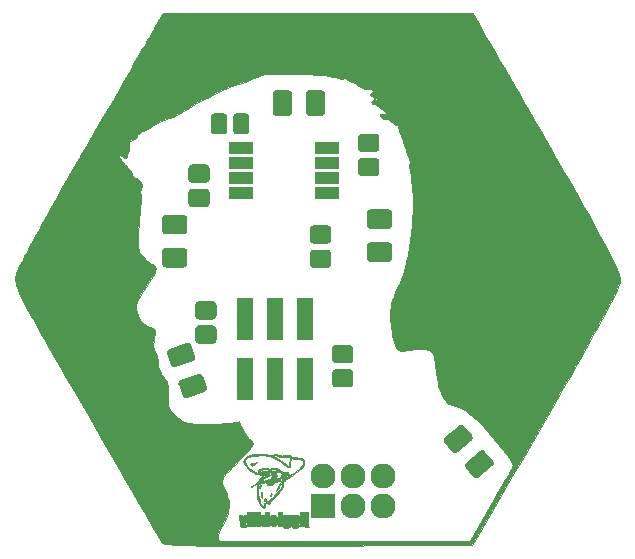
<source format=gbr>
G04 #@! TF.GenerationSoftware,KiCad,Pcbnew,(5.1.5)-3*
G04 #@! TF.CreationDate,2020-08-07T09:29:16-05:00*
G04 #@! TF.ProjectId,matt_damon,6d617474-5f64-4616-9d6f-6e2e6b696361,rev?*
G04 #@! TF.SameCoordinates,Original*
G04 #@! TF.FileFunction,Soldermask,Bot*
G04 #@! TF.FilePolarity,Negative*
%FSLAX46Y46*%
G04 Gerber Fmt 4.6, Leading zero omitted, Abs format (unit mm)*
G04 Created by KiCad (PCBNEW (5.1.5)-3) date 2020-08-07 09:29:16*
%MOMM*%
%LPD*%
G04 APERTURE LIST*
%ADD10C,0.010000*%
%ADD11C,2.127200*%
%ADD12O,2.127200X2.127200*%
%ADD13R,2.127200X2.127200*%
%ADD14R,1.400000X3.550000*%
%ADD15C,0.100000*%
%ADD16R,2.100000X1.050000*%
G04 APERTURE END LIST*
D10*
G36*
X-899991Y35896916D02*
G01*
X230185Y35896751D01*
X1282838Y35896429D01*
X2260351Y35895940D01*
X3165104Y35895274D01*
X3999480Y35894424D01*
X4765860Y35893378D01*
X5466626Y35892128D01*
X6104159Y35890666D01*
X6680840Y35888980D01*
X7199051Y35887063D01*
X7661173Y35884905D01*
X8069589Y35882497D01*
X8426679Y35879829D01*
X8734825Y35876892D01*
X8996409Y35873677D01*
X9213811Y35870175D01*
X9389414Y35866377D01*
X9525600Y35862272D01*
X9624748Y35857852D01*
X9689242Y35853108D01*
X9721462Y35848031D01*
X9725982Y35845750D01*
X9752858Y35802191D01*
X9819404Y35690097D01*
X9922868Y35514204D01*
X10060499Y35279251D01*
X10229545Y34989974D01*
X10427255Y34651111D01*
X10650876Y34267398D01*
X10897657Y33843572D01*
X11164847Y33384372D01*
X11449692Y32894533D01*
X11749443Y32378794D01*
X12061347Y31841890D01*
X12382652Y31288560D01*
X12710607Y30723541D01*
X13042460Y30151569D01*
X13375460Y29577382D01*
X13706854Y29005717D01*
X14033891Y28441311D01*
X14353819Y27888901D01*
X14663887Y27353224D01*
X14961342Y26839018D01*
X15243434Y26351020D01*
X15507410Y25893966D01*
X15609257Y25717500D01*
X16281771Y24550417D01*
X16911701Y23453934D01*
X17500116Y22426102D01*
X18048086Y21464976D01*
X18556678Y20568609D01*
X19026963Y19735053D01*
X19460008Y18962363D01*
X19856884Y18248591D01*
X20218658Y17591791D01*
X20546400Y16990016D01*
X20841179Y16441318D01*
X21104064Y15943752D01*
X21336123Y15495371D01*
X21538426Y15094227D01*
X21712041Y14738374D01*
X21858038Y14425866D01*
X21977485Y14154755D01*
X22036378Y14012333D01*
X22110183Y13816494D01*
X22163260Y13638109D01*
X22193469Y13467601D01*
X22198668Y13295397D01*
X22176717Y13111920D01*
X22125474Y12907595D01*
X22042798Y12672846D01*
X21926549Y12398100D01*
X21774584Y12073780D01*
X21584763Y11690311D01*
X21463676Y11451166D01*
X21303299Y11139463D01*
X21122204Y10794103D01*
X20919396Y10413340D01*
X20693881Y9995430D01*
X20444663Y9538627D01*
X20170749Y9041186D01*
X19871144Y8501361D01*
X19544853Y7917408D01*
X19190882Y7287581D01*
X18808235Y6610136D01*
X18395918Y5883326D01*
X17952937Y5105407D01*
X17478297Y4274633D01*
X16971004Y3389260D01*
X16430062Y2447541D01*
X15854477Y1447733D01*
X15243255Y388089D01*
X14595400Y-733135D01*
X13909919Y-1917686D01*
X13185816Y-3167307D01*
X12422097Y-4483744D01*
X11617768Y-5868743D01*
X10771833Y-7324048D01*
X10350958Y-8047662D01*
X9720454Y-9131491D01*
X8723144Y-9158592D01*
X8555122Y-9162013D01*
X8308820Y-9165348D01*
X7988747Y-9168593D01*
X7599415Y-9171742D01*
X7145332Y-9174790D01*
X6631009Y-9177732D01*
X6060955Y-9180561D01*
X5439681Y-9183273D01*
X4771695Y-9185862D01*
X4061509Y-9188323D01*
X3313632Y-9190651D01*
X2532573Y-9192840D01*
X1722843Y-9194885D01*
X888952Y-9196780D01*
X35409Y-9198521D01*
X-833275Y-9200101D01*
X-1712591Y-9201515D01*
X-2598029Y-9202758D01*
X-3485079Y-9203826D01*
X-4369230Y-9204711D01*
X-5245975Y-9205409D01*
X-6110801Y-9205915D01*
X-6959200Y-9206223D01*
X-7786661Y-9206328D01*
X-8588675Y-9206224D01*
X-9360731Y-9205906D01*
X-10098321Y-9205369D01*
X-10796933Y-9204607D01*
X-11452059Y-9203616D01*
X-12059188Y-9202389D01*
X-12613810Y-9200921D01*
X-13111415Y-9199207D01*
X-13547494Y-9197241D01*
X-13917537Y-9195019D01*
X-14217033Y-9192535D01*
X-14441473Y-9189782D01*
X-14586347Y-9186757D01*
X-14599184Y-9186341D01*
X-15121648Y-9164769D01*
X-15563143Y-9139010D01*
X-15922880Y-9109139D01*
X-16200070Y-9075228D01*
X-16393927Y-9037350D01*
X-16467666Y-9013675D01*
X-16549652Y-8953615D01*
X-16643831Y-8847082D01*
X-16695753Y-8771506D01*
X-16767028Y-8653171D01*
X-16878167Y-8465479D01*
X-17026836Y-8212475D01*
X-17210700Y-7898203D01*
X-17427426Y-7526708D01*
X-17674677Y-7102033D01*
X-17950121Y-6628223D01*
X-18251421Y-6109322D01*
X-18576244Y-5549374D01*
X-18922255Y-4952424D01*
X-19287119Y-4322516D01*
X-19668502Y-3663695D01*
X-20064069Y-2980003D01*
X-20471485Y-2275487D01*
X-20888417Y-1554189D01*
X-21312529Y-820155D01*
X-21741487Y-77428D01*
X-22172956Y669947D01*
X-22604602Y1417925D01*
X-23034090Y2162464D01*
X-23459086Y2899518D01*
X-23877254Y3625043D01*
X-24286261Y4334994D01*
X-24683772Y5025329D01*
X-25067452Y5692001D01*
X-25434966Y6330968D01*
X-25783980Y6938184D01*
X-26112160Y7509606D01*
X-26417171Y8041189D01*
X-26696678Y8528888D01*
X-26948347Y8968661D01*
X-27169842Y9356462D01*
X-27358831Y9688247D01*
X-27512977Y9959971D01*
X-27629947Y10167592D01*
X-27672965Y10244666D01*
X-27985759Y10816389D01*
X-28252413Y11323083D01*
X-28474909Y11769380D01*
X-28655227Y12159915D01*
X-28795347Y12499322D01*
X-28897252Y12792232D01*
X-28962922Y13043279D01*
X-28994338Y13257097D01*
X-28997831Y13343370D01*
X-28991853Y13434915D01*
X-28972746Y13544512D01*
X-28939382Y13674235D01*
X-28890633Y13826160D01*
X-28825370Y14002361D01*
X-28742465Y14204914D01*
X-28640789Y14435892D01*
X-28519214Y14697371D01*
X-28376612Y14991426D01*
X-28211854Y15320132D01*
X-28023812Y15685564D01*
X-27811357Y16089796D01*
X-27573362Y16534903D01*
X-27308697Y17022960D01*
X-27016235Y17556043D01*
X-26694847Y18136225D01*
X-26343405Y18765582D01*
X-25960779Y19446189D01*
X-25545843Y20180120D01*
X-25097467Y20969451D01*
X-24614523Y21816256D01*
X-24095883Y22722610D01*
X-23540418Y23690588D01*
X-23388249Y23955141D01*
X-20270172Y23955141D01*
X-20232498Y23823782D01*
X-20189611Y23710925D01*
X-20118992Y23586252D01*
X-20012493Y23438619D01*
X-19861964Y23256885D01*
X-19659257Y23029908D01*
X-19622861Y22990198D01*
X-19424734Y22768595D01*
X-19283128Y22595055D01*
X-19191858Y22460745D01*
X-19144745Y22356833D01*
X-19134666Y22292706D01*
X-19101632Y22218985D01*
X-19069660Y22192828D01*
X-19012317Y22127800D01*
X-18971435Y22031974D01*
X-18938119Y21950766D01*
X-18876525Y21907549D01*
X-18758854Y21883182D01*
X-18754449Y21882580D01*
X-18565525Y21816375D01*
X-18413228Y21679286D01*
X-18306817Y21480550D01*
X-18286743Y21415998D01*
X-18261536Y21280795D01*
X-18274176Y21161238D01*
X-18310528Y21051376D01*
X-18364628Y20935448D01*
X-18419377Y20857214D01*
X-18440255Y20841740D01*
X-18475390Y20813401D01*
X-18454908Y20758455D01*
X-18435558Y20729618D01*
X-18402627Y20637524D01*
X-18383029Y20473230D01*
X-18376834Y20235218D01*
X-18384113Y19921970D01*
X-18404936Y19531969D01*
X-18439374Y19063696D01*
X-18487498Y18515633D01*
X-18549379Y17886264D01*
X-18582557Y17568333D01*
X-18614135Y17169153D01*
X-18624617Y16780908D01*
X-18614879Y16417414D01*
X-18585794Y16092488D01*
X-18538238Y15819946D01*
X-18473086Y15613603D01*
X-18456582Y15578666D01*
X-18387748Y15483544D01*
X-18263877Y15350315D01*
X-18098137Y15191042D01*
X-17903693Y15017789D01*
X-17693711Y14842617D01*
X-17481358Y14677589D01*
X-17438541Y14645970D01*
X-17282437Y14531230D01*
X-17182724Y14451900D01*
X-17127994Y14392676D01*
X-17106840Y14338255D01*
X-17107855Y14273335D01*
X-17115718Y14212911D01*
X-17139987Y14098949D01*
X-17187003Y13965719D01*
X-17261144Y13805164D01*
X-17366784Y13609227D01*
X-17508300Y13369853D01*
X-17690068Y13078985D01*
X-17916465Y12728566D01*
X-17948999Y12678833D01*
X-18163652Y12348456D01*
X-18335290Y12077198D01*
X-18469391Y11854774D01*
X-18571432Y11670898D01*
X-18646893Y11515286D01*
X-18701249Y11377653D01*
X-18739980Y11247714D01*
X-18761060Y11154180D01*
X-18781454Y10845265D01*
X-18725822Y10530734D01*
X-18601043Y10222131D01*
X-18414001Y9931003D01*
X-18171576Y9668896D01*
X-17880651Y9447354D01*
X-17676245Y9334137D01*
X-17524161Y9264550D01*
X-17396471Y9212580D01*
X-17316074Y9187381D01*
X-17306461Y9186333D01*
X-17242475Y9152422D01*
X-17187634Y9081063D01*
X-17167440Y9029427D01*
X-17158109Y8959987D01*
X-17160436Y8858775D01*
X-17175217Y8711824D01*
X-17203245Y8505168D01*
X-17231010Y8318574D01*
X-17330724Y7661356D01*
X-17232822Y7439595D01*
X-17122304Y7187691D01*
X-17041439Y6995320D01*
X-16985364Y6844703D01*
X-16949216Y6718063D01*
X-16928130Y6597620D01*
X-16917244Y6465598D01*
X-16911692Y6304216D01*
X-16910682Y6262074D01*
X-16902005Y6047445D01*
X-16882242Y5875078D01*
X-16843746Y5724312D01*
X-16778870Y5574485D01*
X-16679966Y5404936D01*
X-16539386Y5195003D01*
X-16488833Y5122333D01*
X-16354308Y4929506D01*
X-16251769Y4775061D01*
X-16177057Y4642960D01*
X-16126013Y4517164D01*
X-16094476Y4381636D01*
X-16078289Y4220336D01*
X-16073290Y4017228D01*
X-16075322Y3756271D01*
X-16078557Y3540319D01*
X-16091614Y2656804D01*
X-15976200Y2418485D01*
X-15813915Y2160107D01*
X-15584666Y1903019D01*
X-15305230Y1661023D01*
X-14992380Y1447917D01*
X-14662893Y1277502D01*
X-14520333Y1220806D01*
X-14446901Y1195173D01*
X-14377274Y1174409D01*
X-14301963Y1158013D01*
X-14211476Y1145486D01*
X-14096324Y1136325D01*
X-13947014Y1130032D01*
X-13754057Y1126104D01*
X-13507962Y1124042D01*
X-13199239Y1123345D01*
X-12818396Y1123512D01*
X-12678833Y1123667D01*
X-12262587Y1124524D01*
X-11919846Y1126366D01*
X-11639446Y1129703D01*
X-11410227Y1135045D01*
X-11221028Y1142900D01*
X-11060687Y1153778D01*
X-10918043Y1168190D01*
X-10781933Y1186645D01*
X-10641198Y1209652D01*
X-10587115Y1219171D01*
X-10388222Y1253740D01*
X-10222823Y1280794D01*
X-10106867Y1297849D01*
X-10056302Y1302419D01*
X-10055381Y1302004D01*
X-10036507Y1261219D01*
X-9991122Y1160759D01*
X-9927186Y1018281D01*
X-9888304Y931333D01*
X-9725134Y589152D01*
X-9566650Y309910D01*
X-9399821Y73753D01*
X-9211617Y-139170D01*
X-9137420Y-212709D01*
X-8850242Y-488918D01*
X-9069430Y-868876D01*
X-9135816Y-979689D01*
X-9205691Y-1084985D01*
X-9286537Y-1193176D01*
X-9385837Y-1312678D01*
X-9511071Y-1451902D01*
X-9669722Y-1619265D01*
X-9869272Y-1823178D01*
X-10117203Y-2072056D01*
X-10310772Y-2264834D01*
X-10627575Y-2582708D01*
X-10896609Y-2858889D01*
X-11114820Y-3090089D01*
X-11279152Y-3273020D01*
X-11386551Y-3404393D01*
X-11428120Y-3467541D01*
X-11487963Y-3625211D01*
X-11499538Y-3784524D01*
X-11460637Y-3964699D01*
X-11369047Y-4184958D01*
X-11338462Y-4246944D01*
X-11237351Y-4462926D01*
X-11151017Y-4676870D01*
X-11086967Y-4867721D01*
X-11052705Y-5014425D01*
X-11049000Y-5058983D01*
X-11021920Y-5158444D01*
X-10965590Y-5247884D01*
X-10912454Y-5315730D01*
X-10878089Y-5384799D01*
X-10861995Y-5470226D01*
X-10863672Y-5587149D01*
X-10882620Y-5750703D01*
X-10918341Y-5976024D01*
X-10937781Y-6090141D01*
X-11003235Y-6428297D01*
X-11076764Y-6707846D01*
X-11168185Y-6954830D01*
X-11287318Y-7195290D01*
X-11443980Y-7455269D01*
X-11464347Y-7486827D01*
X-11637886Y-7784510D01*
X-11747368Y-8048974D01*
X-11797961Y-8295753D01*
X-11799268Y-8493998D01*
X-11784122Y-8639362D01*
X-11765268Y-8752393D01*
X-11750180Y-8800998D01*
X-11721160Y-8806317D01*
X-11639710Y-8811217D01*
X-11503984Y-8815705D01*
X-11312138Y-8819786D01*
X-11062328Y-8823466D01*
X-10752710Y-8826753D01*
X-10381439Y-8829651D01*
X-9946671Y-8832169D01*
X-9446563Y-8834310D01*
X-8879269Y-8836083D01*
X-8242946Y-8837493D01*
X-7535748Y-8838547D01*
X-6755833Y-8839250D01*
X-5901355Y-8839610D01*
X-4970471Y-8839632D01*
X-3961336Y-8839322D01*
X-2872105Y-8838687D01*
X-1700936Y-8837734D01*
X-1111019Y-8837167D01*
X9499195Y-8826500D01*
X11216489Y-5863167D01*
X11486327Y-5396653D01*
X11746009Y-4945981D01*
X11992063Y-4517280D01*
X12221017Y-4116678D01*
X12429397Y-3750306D01*
X12613730Y-3424293D01*
X12770545Y-3144767D01*
X12896367Y-2917858D01*
X12987725Y-2749695D01*
X13041146Y-2646408D01*
X13050247Y-2626695D01*
X13166712Y-2353557D01*
X12968803Y-2055195D01*
X12621902Y-1554539D01*
X12235631Y-1036616D01*
X11820276Y-513094D01*
X11386125Y4356D01*
X10943465Y504067D01*
X10502582Y974367D01*
X10073764Y1403589D01*
X9667298Y1780063D01*
X9356850Y2042059D01*
X9052297Y2270034D01*
X8781783Y2436678D01*
X8530479Y2549799D01*
X8283557Y2617206D01*
X8255000Y2622341D01*
X7981110Y2679531D01*
X7766098Y2754175D01*
X7593977Y2859098D01*
X7448765Y3007123D01*
X7314477Y3211075D01*
X7175128Y3483779D01*
X7171362Y3491756D01*
X7032242Y3801905D01*
X6920686Y4089557D01*
X6831531Y4374588D01*
X6759616Y4676871D01*
X6699777Y5016279D01*
X6646853Y5412688D01*
X6626865Y5588000D01*
X6578942Y6005830D01*
X6533866Y6348069D01*
X6488504Y6623578D01*
X6439726Y6841222D01*
X6384401Y7009864D01*
X6319398Y7138366D01*
X6241584Y7235593D01*
X6147830Y7310407D01*
X6035004Y7371672D01*
X5989589Y7391915D01*
X5807960Y7439773D01*
X5551055Y7461543D01*
X5224114Y7457311D01*
X4832379Y7427163D01*
X4381092Y7371187D01*
X4335727Y7364590D01*
X4077058Y7327407D01*
X3886735Y7303079D01*
X3749530Y7290911D01*
X3650215Y7290207D01*
X3573559Y7300274D01*
X3504334Y7320415D01*
X3489060Y7325955D01*
X3387180Y7380155D01*
X3298480Y7467283D01*
X3219082Y7596303D01*
X3145109Y7776177D01*
X3072682Y8015868D01*
X2997924Y8324339D01*
X2940557Y8593666D01*
X2872429Y8946092D01*
X2824107Y9248615D01*
X2791600Y9532590D01*
X2770919Y9829368D01*
X2764282Y9978698D01*
X2756690Y10340186D01*
X2766010Y10662106D01*
X2795939Y10960725D01*
X2850178Y11252308D01*
X2932426Y11553123D01*
X3046382Y11879435D01*
X3195747Y12247512D01*
X3370129Y12642561D01*
X3541703Y13030264D01*
X3681171Y13369276D01*
X3797195Y13685111D01*
X3898435Y14003285D01*
X3993553Y14349312D01*
X4091211Y14748706D01*
X4104640Y14806285D01*
X4238367Y15417525D01*
X4351148Y16014267D01*
X4445395Y16614570D01*
X4523525Y17236492D01*
X4587951Y17898094D01*
X4641089Y18617434D01*
X4662917Y18981803D01*
X4687651Y19710052D01*
X4675448Y20397722D01*
X4624582Y21081234D01*
X4533329Y21797005D01*
X4527879Y21832963D01*
X4474102Y22185626D01*
X4432170Y22464078D01*
X4401289Y22677829D01*
X4380666Y22836385D01*
X4369506Y22949256D01*
X4367018Y23025948D01*
X4372408Y23075970D01*
X4384882Y23108830D01*
X4403647Y23134036D01*
X4418000Y23149888D01*
X4461949Y23207956D01*
X4464148Y23262598D01*
X4423179Y23347784D01*
X4408666Y23373239D01*
X4334223Y23529206D01*
X4253424Y23742111D01*
X4175419Y23985657D01*
X4109354Y24233546D01*
X4109291Y24233815D01*
X4075073Y24348063D01*
X4014626Y24519876D01*
X3935420Y24729147D01*
X3844923Y24955769D01*
X3808001Y25044944D01*
X3715090Y25274542D01*
X3630961Y25496467D01*
X3563062Y25690047D01*
X3518842Y25834613D01*
X3509783Y25872462D01*
X3476771Y26033909D01*
X3445639Y26187574D01*
X3433791Y26246666D01*
X3405777Y26345404D01*
X3360318Y26382110D01*
X3288776Y26381107D01*
X3219554Y26385827D01*
X3140648Y26423202D01*
X3036494Y26503259D01*
X2891530Y26636021D01*
X2888389Y26639014D01*
X2751607Y26766899D01*
X2655905Y26845583D01*
X2582386Y26885626D01*
X2512155Y26897589D01*
X2434167Y26892867D01*
X2312983Y26892174D01*
X2206119Y26927851D01*
X2082313Y27007529D01*
X1971635Y27097115D01*
X1920193Y27169882D01*
X1912374Y27248579D01*
X1912979Y27254235D01*
X1922787Y27311656D01*
X1947969Y27345335D01*
X2006835Y27361159D01*
X2117695Y27365014D01*
X2252800Y27363489D01*
X2579433Y27358477D01*
X2252800Y27590406D01*
X2072997Y27719839D01*
X1886022Y27857280D01*
X1725661Y27977827D01*
X1691636Y28003996D01*
X1547699Y28106941D01*
X1443369Y28158119D01*
X1359285Y28166521D01*
X1346133Y28164443D01*
X1248256Y28168045D01*
X1184845Y28237247D01*
X1184762Y28237401D01*
X1158155Y28317814D01*
X1184577Y28395647D01*
X1216970Y28442703D01*
X1307369Y28529616D01*
X1420495Y28567211D01*
X1567425Y28554654D01*
X1759239Y28491112D01*
X1989588Y28384539D01*
X2155752Y28304314D01*
X2295202Y28242985D01*
X2390002Y28208099D01*
X2420077Y28203414D01*
X2409118Y28228179D01*
X2335902Y28280558D01*
X2215066Y28352724D01*
X2061246Y28436850D01*
X1889078Y28525107D01*
X1713197Y28609670D01*
X1548239Y28682710D01*
X1453010Y28720598D01*
X1300002Y28782830D01*
X1175950Y28842620D01*
X1104724Y28888304D01*
X1100264Y28892985D01*
X1063271Y28991216D01*
X1107560Y29092090D01*
X1228026Y29187688D01*
X1375834Y29273500D01*
X1289860Y29358166D01*
X1221054Y29407983D01*
X1129101Y29430359D01*
X985984Y29431362D01*
X958005Y29430025D01*
X802477Y29434848D01*
X640555Y29469433D01*
X458087Y29539411D01*
X240919Y29650413D01*
X-25103Y29808070D01*
X-83053Y29844213D01*
X-240607Y29935534D01*
X-394068Y30011985D01*
X-511020Y30057464D01*
X-513920Y30058261D01*
X-637147Y30106160D01*
X-788188Y30184738D01*
X-889553Y30247539D01*
X-1018338Y30328526D01*
X-1103415Y30363664D01*
X-1166975Y30360265D01*
X-1194577Y30348053D01*
X-1296909Y30322369D01*
X-1450805Y30330903D01*
X-1664336Y30374809D01*
X-1945568Y30455242D01*
X-1947333Y30455792D01*
X-2138720Y30506056D01*
X-2373489Y30554106D01*
X-2610559Y30591871D01*
X-2688166Y30601352D01*
X-3072686Y30638060D01*
X-3515849Y30671012D01*
X-4001908Y30699733D01*
X-4515115Y30723746D01*
X-5039722Y30742576D01*
X-5559984Y30755747D01*
X-6060151Y30762782D01*
X-6524477Y30763206D01*
X-6937214Y30756543D01*
X-7282615Y30742317D01*
X-7305673Y30740912D01*
X-7564313Y30723909D01*
X-7758373Y30707525D01*
X-7907820Y30687845D01*
X-8032618Y30660949D01*
X-8152733Y30622920D01*
X-8288130Y30569839D01*
X-8385173Y30529066D01*
X-8557683Y30459041D01*
X-8788398Y30369925D01*
X-9055385Y30269951D01*
X-9336711Y30167350D01*
X-9567333Y30085410D01*
X-10667005Y29677309D01*
X-11685658Y29251777D01*
X-12625326Y28807843D01*
X-13488042Y28344533D01*
X-14275839Y27860876D01*
X-14422100Y27763300D01*
X-15014188Y27407345D01*
X-15666937Y27097847D01*
X-16002000Y26966294D01*
X-16418560Y26802914D01*
X-16805661Y26631012D01*
X-17142434Y26460194D01*
X-17304037Y26366897D01*
X-17464589Y26273244D01*
X-17666843Y26161677D01*
X-17876252Y26051083D01*
X-17956048Y26010461D01*
X-18250397Y25856923D01*
X-18466074Y25731383D01*
X-18604075Y25633189D01*
X-18665402Y25561688D01*
X-18669000Y25544902D01*
X-18706269Y25451026D01*
X-18809222Y25338921D01*
X-18964576Y25220901D01*
X-19113771Y25132560D01*
X-19367500Y24997833D01*
X-19379521Y24542211D01*
X-19387195Y24332915D01*
X-19398846Y24192696D01*
X-19417126Y24105977D01*
X-19444690Y24057178D01*
X-19464922Y24040762D01*
X-19515493Y23978472D01*
X-19525490Y23867003D01*
X-19522932Y23833773D01*
X-19520858Y23722925D01*
X-19549856Y23666692D01*
X-19596281Y23644452D01*
X-19706528Y23632794D01*
X-19833899Y23669790D01*
X-19994894Y23761339D01*
X-20072836Y23814864D01*
X-20270172Y23955141D01*
X-23388249Y23955141D01*
X-22947001Y24722265D01*
X-22314502Y25819716D01*
X-21641793Y26985016D01*
X-20927746Y28220239D01*
X-20587789Y28807833D01*
X-20241227Y29406718D01*
X-19895573Y30004066D01*
X-19554434Y30593642D01*
X-19221418Y31169211D01*
X-18900129Y31724539D01*
X-18594176Y32253392D01*
X-18307165Y32749535D01*
X-18042702Y33206733D01*
X-17804394Y33618752D01*
X-17595847Y33979358D01*
X-17420669Y34282315D01*
X-17282466Y34521390D01*
X-17227662Y34616226D01*
X-16488833Y35894953D01*
X-3402433Y35896810D01*
X-2110069Y35896932D01*
X-899991Y35896916D01*
G37*
X-899991Y35896916D02*
X230185Y35896751D01*
X1282838Y35896429D01*
X2260351Y35895940D01*
X3165104Y35895274D01*
X3999480Y35894424D01*
X4765860Y35893378D01*
X5466626Y35892128D01*
X6104159Y35890666D01*
X6680840Y35888980D01*
X7199051Y35887063D01*
X7661173Y35884905D01*
X8069589Y35882497D01*
X8426679Y35879829D01*
X8734825Y35876892D01*
X8996409Y35873677D01*
X9213811Y35870175D01*
X9389414Y35866377D01*
X9525600Y35862272D01*
X9624748Y35857852D01*
X9689242Y35853108D01*
X9721462Y35848031D01*
X9725982Y35845750D01*
X9752858Y35802191D01*
X9819404Y35690097D01*
X9922868Y35514204D01*
X10060499Y35279251D01*
X10229545Y34989974D01*
X10427255Y34651111D01*
X10650876Y34267398D01*
X10897657Y33843572D01*
X11164847Y33384372D01*
X11449692Y32894533D01*
X11749443Y32378794D01*
X12061347Y31841890D01*
X12382652Y31288560D01*
X12710607Y30723541D01*
X13042460Y30151569D01*
X13375460Y29577382D01*
X13706854Y29005717D01*
X14033891Y28441311D01*
X14353819Y27888901D01*
X14663887Y27353224D01*
X14961342Y26839018D01*
X15243434Y26351020D01*
X15507410Y25893966D01*
X15609257Y25717500D01*
X16281771Y24550417D01*
X16911701Y23453934D01*
X17500116Y22426102D01*
X18048086Y21464976D01*
X18556678Y20568609D01*
X19026963Y19735053D01*
X19460008Y18962363D01*
X19856884Y18248591D01*
X20218658Y17591791D01*
X20546400Y16990016D01*
X20841179Y16441318D01*
X21104064Y15943752D01*
X21336123Y15495371D01*
X21538426Y15094227D01*
X21712041Y14738374D01*
X21858038Y14425866D01*
X21977485Y14154755D01*
X22036378Y14012333D01*
X22110183Y13816494D01*
X22163260Y13638109D01*
X22193469Y13467601D01*
X22198668Y13295397D01*
X22176717Y13111920D01*
X22125474Y12907595D01*
X22042798Y12672846D01*
X21926549Y12398100D01*
X21774584Y12073780D01*
X21584763Y11690311D01*
X21463676Y11451166D01*
X21303299Y11139463D01*
X21122204Y10794103D01*
X20919396Y10413340D01*
X20693881Y9995430D01*
X20444663Y9538627D01*
X20170749Y9041186D01*
X19871144Y8501361D01*
X19544853Y7917408D01*
X19190882Y7287581D01*
X18808235Y6610136D01*
X18395918Y5883326D01*
X17952937Y5105407D01*
X17478297Y4274633D01*
X16971004Y3389260D01*
X16430062Y2447541D01*
X15854477Y1447733D01*
X15243255Y388089D01*
X14595400Y-733135D01*
X13909919Y-1917686D01*
X13185816Y-3167307D01*
X12422097Y-4483744D01*
X11617768Y-5868743D01*
X10771833Y-7324048D01*
X10350958Y-8047662D01*
X9720454Y-9131491D01*
X8723144Y-9158592D01*
X8555122Y-9162013D01*
X8308820Y-9165348D01*
X7988747Y-9168593D01*
X7599415Y-9171742D01*
X7145332Y-9174790D01*
X6631009Y-9177732D01*
X6060955Y-9180561D01*
X5439681Y-9183273D01*
X4771695Y-9185862D01*
X4061509Y-9188323D01*
X3313632Y-9190651D01*
X2532573Y-9192840D01*
X1722843Y-9194885D01*
X888952Y-9196780D01*
X35409Y-9198521D01*
X-833275Y-9200101D01*
X-1712591Y-9201515D01*
X-2598029Y-9202758D01*
X-3485079Y-9203826D01*
X-4369230Y-9204711D01*
X-5245975Y-9205409D01*
X-6110801Y-9205915D01*
X-6959200Y-9206223D01*
X-7786661Y-9206328D01*
X-8588675Y-9206224D01*
X-9360731Y-9205906D01*
X-10098321Y-9205369D01*
X-10796933Y-9204607D01*
X-11452059Y-9203616D01*
X-12059188Y-9202389D01*
X-12613810Y-9200921D01*
X-13111415Y-9199207D01*
X-13547494Y-9197241D01*
X-13917537Y-9195019D01*
X-14217033Y-9192535D01*
X-14441473Y-9189782D01*
X-14586347Y-9186757D01*
X-14599184Y-9186341D01*
X-15121648Y-9164769D01*
X-15563143Y-9139010D01*
X-15922880Y-9109139D01*
X-16200070Y-9075228D01*
X-16393927Y-9037350D01*
X-16467666Y-9013675D01*
X-16549652Y-8953615D01*
X-16643831Y-8847082D01*
X-16695753Y-8771506D01*
X-16767028Y-8653171D01*
X-16878167Y-8465479D01*
X-17026836Y-8212475D01*
X-17210700Y-7898203D01*
X-17427426Y-7526708D01*
X-17674677Y-7102033D01*
X-17950121Y-6628223D01*
X-18251421Y-6109322D01*
X-18576244Y-5549374D01*
X-18922255Y-4952424D01*
X-19287119Y-4322516D01*
X-19668502Y-3663695D01*
X-20064069Y-2980003D01*
X-20471485Y-2275487D01*
X-20888417Y-1554189D01*
X-21312529Y-820155D01*
X-21741487Y-77428D01*
X-22172956Y669947D01*
X-22604602Y1417925D01*
X-23034090Y2162464D01*
X-23459086Y2899518D01*
X-23877254Y3625043D01*
X-24286261Y4334994D01*
X-24683772Y5025329D01*
X-25067452Y5692001D01*
X-25434966Y6330968D01*
X-25783980Y6938184D01*
X-26112160Y7509606D01*
X-26417171Y8041189D01*
X-26696678Y8528888D01*
X-26948347Y8968661D01*
X-27169842Y9356462D01*
X-27358831Y9688247D01*
X-27512977Y9959971D01*
X-27629947Y10167592D01*
X-27672965Y10244666D01*
X-27985759Y10816389D01*
X-28252413Y11323083D01*
X-28474909Y11769380D01*
X-28655227Y12159915D01*
X-28795347Y12499322D01*
X-28897252Y12792232D01*
X-28962922Y13043279D01*
X-28994338Y13257097D01*
X-28997831Y13343370D01*
X-28991853Y13434915D01*
X-28972746Y13544512D01*
X-28939382Y13674235D01*
X-28890633Y13826160D01*
X-28825370Y14002361D01*
X-28742465Y14204914D01*
X-28640789Y14435892D01*
X-28519214Y14697371D01*
X-28376612Y14991426D01*
X-28211854Y15320132D01*
X-28023812Y15685564D01*
X-27811357Y16089796D01*
X-27573362Y16534903D01*
X-27308697Y17022960D01*
X-27016235Y17556043D01*
X-26694847Y18136225D01*
X-26343405Y18765582D01*
X-25960779Y19446189D01*
X-25545843Y20180120D01*
X-25097467Y20969451D01*
X-24614523Y21816256D01*
X-24095883Y22722610D01*
X-23540418Y23690588D01*
X-23388249Y23955141D01*
X-20270172Y23955141D01*
X-20232498Y23823782D01*
X-20189611Y23710925D01*
X-20118992Y23586252D01*
X-20012493Y23438619D01*
X-19861964Y23256885D01*
X-19659257Y23029908D01*
X-19622861Y22990198D01*
X-19424734Y22768595D01*
X-19283128Y22595055D01*
X-19191858Y22460745D01*
X-19144745Y22356833D01*
X-19134666Y22292706D01*
X-19101632Y22218985D01*
X-19069660Y22192828D01*
X-19012317Y22127800D01*
X-18971435Y22031974D01*
X-18938119Y21950766D01*
X-18876525Y21907549D01*
X-18758854Y21883182D01*
X-18754449Y21882580D01*
X-18565525Y21816375D01*
X-18413228Y21679286D01*
X-18306817Y21480550D01*
X-18286743Y21415998D01*
X-18261536Y21280795D01*
X-18274176Y21161238D01*
X-18310528Y21051376D01*
X-18364628Y20935448D01*
X-18419377Y20857214D01*
X-18440255Y20841740D01*
X-18475390Y20813401D01*
X-18454908Y20758455D01*
X-18435558Y20729618D01*
X-18402627Y20637524D01*
X-18383029Y20473230D01*
X-18376834Y20235218D01*
X-18384113Y19921970D01*
X-18404936Y19531969D01*
X-18439374Y19063696D01*
X-18487498Y18515633D01*
X-18549379Y17886264D01*
X-18582557Y17568333D01*
X-18614135Y17169153D01*
X-18624617Y16780908D01*
X-18614879Y16417414D01*
X-18585794Y16092488D01*
X-18538238Y15819946D01*
X-18473086Y15613603D01*
X-18456582Y15578666D01*
X-18387748Y15483544D01*
X-18263877Y15350315D01*
X-18098137Y15191042D01*
X-17903693Y15017789D01*
X-17693711Y14842617D01*
X-17481358Y14677589D01*
X-17438541Y14645970D01*
X-17282437Y14531230D01*
X-17182724Y14451900D01*
X-17127994Y14392676D01*
X-17106840Y14338255D01*
X-17107855Y14273335D01*
X-17115718Y14212911D01*
X-17139987Y14098949D01*
X-17187003Y13965719D01*
X-17261144Y13805164D01*
X-17366784Y13609227D01*
X-17508300Y13369853D01*
X-17690068Y13078985D01*
X-17916465Y12728566D01*
X-17948999Y12678833D01*
X-18163652Y12348456D01*
X-18335290Y12077198D01*
X-18469391Y11854774D01*
X-18571432Y11670898D01*
X-18646893Y11515286D01*
X-18701249Y11377653D01*
X-18739980Y11247714D01*
X-18761060Y11154180D01*
X-18781454Y10845265D01*
X-18725822Y10530734D01*
X-18601043Y10222131D01*
X-18414001Y9931003D01*
X-18171576Y9668896D01*
X-17880651Y9447354D01*
X-17676245Y9334137D01*
X-17524161Y9264550D01*
X-17396471Y9212580D01*
X-17316074Y9187381D01*
X-17306461Y9186333D01*
X-17242475Y9152422D01*
X-17187634Y9081063D01*
X-17167440Y9029427D01*
X-17158109Y8959987D01*
X-17160436Y8858775D01*
X-17175217Y8711824D01*
X-17203245Y8505168D01*
X-17231010Y8318574D01*
X-17330724Y7661356D01*
X-17232822Y7439595D01*
X-17122304Y7187691D01*
X-17041439Y6995320D01*
X-16985364Y6844703D01*
X-16949216Y6718063D01*
X-16928130Y6597620D01*
X-16917244Y6465598D01*
X-16911692Y6304216D01*
X-16910682Y6262074D01*
X-16902005Y6047445D01*
X-16882242Y5875078D01*
X-16843746Y5724312D01*
X-16778870Y5574485D01*
X-16679966Y5404936D01*
X-16539386Y5195003D01*
X-16488833Y5122333D01*
X-16354308Y4929506D01*
X-16251769Y4775061D01*
X-16177057Y4642960D01*
X-16126013Y4517164D01*
X-16094476Y4381636D01*
X-16078289Y4220336D01*
X-16073290Y4017228D01*
X-16075322Y3756271D01*
X-16078557Y3540319D01*
X-16091614Y2656804D01*
X-15976200Y2418485D01*
X-15813915Y2160107D01*
X-15584666Y1903019D01*
X-15305230Y1661023D01*
X-14992380Y1447917D01*
X-14662893Y1277502D01*
X-14520333Y1220806D01*
X-14446901Y1195173D01*
X-14377274Y1174409D01*
X-14301963Y1158013D01*
X-14211476Y1145486D01*
X-14096324Y1136325D01*
X-13947014Y1130032D01*
X-13754057Y1126104D01*
X-13507962Y1124042D01*
X-13199239Y1123345D01*
X-12818396Y1123512D01*
X-12678833Y1123667D01*
X-12262587Y1124524D01*
X-11919846Y1126366D01*
X-11639446Y1129703D01*
X-11410227Y1135045D01*
X-11221028Y1142900D01*
X-11060687Y1153778D01*
X-10918043Y1168190D01*
X-10781933Y1186645D01*
X-10641198Y1209652D01*
X-10587115Y1219171D01*
X-10388222Y1253740D01*
X-10222823Y1280794D01*
X-10106867Y1297849D01*
X-10056302Y1302419D01*
X-10055381Y1302004D01*
X-10036507Y1261219D01*
X-9991122Y1160759D01*
X-9927186Y1018281D01*
X-9888304Y931333D01*
X-9725134Y589152D01*
X-9566650Y309910D01*
X-9399821Y73753D01*
X-9211617Y-139170D01*
X-9137420Y-212709D01*
X-8850242Y-488918D01*
X-9069430Y-868876D01*
X-9135816Y-979689D01*
X-9205691Y-1084985D01*
X-9286537Y-1193176D01*
X-9385837Y-1312678D01*
X-9511071Y-1451902D01*
X-9669722Y-1619265D01*
X-9869272Y-1823178D01*
X-10117203Y-2072056D01*
X-10310772Y-2264834D01*
X-10627575Y-2582708D01*
X-10896609Y-2858889D01*
X-11114820Y-3090089D01*
X-11279152Y-3273020D01*
X-11386551Y-3404393D01*
X-11428120Y-3467541D01*
X-11487963Y-3625211D01*
X-11499538Y-3784524D01*
X-11460637Y-3964699D01*
X-11369047Y-4184958D01*
X-11338462Y-4246944D01*
X-11237351Y-4462926D01*
X-11151017Y-4676870D01*
X-11086967Y-4867721D01*
X-11052705Y-5014425D01*
X-11049000Y-5058983D01*
X-11021920Y-5158444D01*
X-10965590Y-5247884D01*
X-10912454Y-5315730D01*
X-10878089Y-5384799D01*
X-10861995Y-5470226D01*
X-10863672Y-5587149D01*
X-10882620Y-5750703D01*
X-10918341Y-5976024D01*
X-10937781Y-6090141D01*
X-11003235Y-6428297D01*
X-11076764Y-6707846D01*
X-11168185Y-6954830D01*
X-11287318Y-7195290D01*
X-11443980Y-7455269D01*
X-11464347Y-7486827D01*
X-11637886Y-7784510D01*
X-11747368Y-8048974D01*
X-11797961Y-8295753D01*
X-11799268Y-8493998D01*
X-11784122Y-8639362D01*
X-11765268Y-8752393D01*
X-11750180Y-8800998D01*
X-11721160Y-8806317D01*
X-11639710Y-8811217D01*
X-11503984Y-8815705D01*
X-11312138Y-8819786D01*
X-11062328Y-8823466D01*
X-10752710Y-8826753D01*
X-10381439Y-8829651D01*
X-9946671Y-8832169D01*
X-9446563Y-8834310D01*
X-8879269Y-8836083D01*
X-8242946Y-8837493D01*
X-7535748Y-8838547D01*
X-6755833Y-8839250D01*
X-5901355Y-8839610D01*
X-4970471Y-8839632D01*
X-3961336Y-8839322D01*
X-2872105Y-8838687D01*
X-1700936Y-8837734D01*
X-1111019Y-8837167D01*
X9499195Y-8826500D01*
X11216489Y-5863167D01*
X11486327Y-5396653D01*
X11746009Y-4945981D01*
X11992063Y-4517280D01*
X12221017Y-4116678D01*
X12429397Y-3750306D01*
X12613730Y-3424293D01*
X12770545Y-3144767D01*
X12896367Y-2917858D01*
X12987725Y-2749695D01*
X13041146Y-2646408D01*
X13050247Y-2626695D01*
X13166712Y-2353557D01*
X12968803Y-2055195D01*
X12621902Y-1554539D01*
X12235631Y-1036616D01*
X11820276Y-513094D01*
X11386125Y4356D01*
X10943465Y504067D01*
X10502582Y974367D01*
X10073764Y1403589D01*
X9667298Y1780063D01*
X9356850Y2042059D01*
X9052297Y2270034D01*
X8781783Y2436678D01*
X8530479Y2549799D01*
X8283557Y2617206D01*
X8255000Y2622341D01*
X7981110Y2679531D01*
X7766098Y2754175D01*
X7593977Y2859098D01*
X7448765Y3007123D01*
X7314477Y3211075D01*
X7175128Y3483779D01*
X7171362Y3491756D01*
X7032242Y3801905D01*
X6920686Y4089557D01*
X6831531Y4374588D01*
X6759616Y4676871D01*
X6699777Y5016279D01*
X6646853Y5412688D01*
X6626865Y5588000D01*
X6578942Y6005830D01*
X6533866Y6348069D01*
X6488504Y6623578D01*
X6439726Y6841222D01*
X6384401Y7009864D01*
X6319398Y7138366D01*
X6241584Y7235593D01*
X6147830Y7310407D01*
X6035004Y7371672D01*
X5989589Y7391915D01*
X5807960Y7439773D01*
X5551055Y7461543D01*
X5224114Y7457311D01*
X4832379Y7427163D01*
X4381092Y7371187D01*
X4335727Y7364590D01*
X4077058Y7327407D01*
X3886735Y7303079D01*
X3749530Y7290911D01*
X3650215Y7290207D01*
X3573559Y7300274D01*
X3504334Y7320415D01*
X3489060Y7325955D01*
X3387180Y7380155D01*
X3298480Y7467283D01*
X3219082Y7596303D01*
X3145109Y7776177D01*
X3072682Y8015868D01*
X2997924Y8324339D01*
X2940557Y8593666D01*
X2872429Y8946092D01*
X2824107Y9248615D01*
X2791600Y9532590D01*
X2770919Y9829368D01*
X2764282Y9978698D01*
X2756690Y10340186D01*
X2766010Y10662106D01*
X2795939Y10960725D01*
X2850178Y11252308D01*
X2932426Y11553123D01*
X3046382Y11879435D01*
X3195747Y12247512D01*
X3370129Y12642561D01*
X3541703Y13030264D01*
X3681171Y13369276D01*
X3797195Y13685111D01*
X3898435Y14003285D01*
X3993553Y14349312D01*
X4091211Y14748706D01*
X4104640Y14806285D01*
X4238367Y15417525D01*
X4351148Y16014267D01*
X4445395Y16614570D01*
X4523525Y17236492D01*
X4587951Y17898094D01*
X4641089Y18617434D01*
X4662917Y18981803D01*
X4687651Y19710052D01*
X4675448Y20397722D01*
X4624582Y21081234D01*
X4533329Y21797005D01*
X4527879Y21832963D01*
X4474102Y22185626D01*
X4432170Y22464078D01*
X4401289Y22677829D01*
X4380666Y22836385D01*
X4369506Y22949256D01*
X4367018Y23025948D01*
X4372408Y23075970D01*
X4384882Y23108830D01*
X4403647Y23134036D01*
X4418000Y23149888D01*
X4461949Y23207956D01*
X4464148Y23262598D01*
X4423179Y23347784D01*
X4408666Y23373239D01*
X4334223Y23529206D01*
X4253424Y23742111D01*
X4175419Y23985657D01*
X4109354Y24233546D01*
X4109291Y24233815D01*
X4075073Y24348063D01*
X4014626Y24519876D01*
X3935420Y24729147D01*
X3844923Y24955769D01*
X3808001Y25044944D01*
X3715090Y25274542D01*
X3630961Y25496467D01*
X3563062Y25690047D01*
X3518842Y25834613D01*
X3509783Y25872462D01*
X3476771Y26033909D01*
X3445639Y26187574D01*
X3433791Y26246666D01*
X3405777Y26345404D01*
X3360318Y26382110D01*
X3288776Y26381107D01*
X3219554Y26385827D01*
X3140648Y26423202D01*
X3036494Y26503259D01*
X2891530Y26636021D01*
X2888389Y26639014D01*
X2751607Y26766899D01*
X2655905Y26845583D01*
X2582386Y26885626D01*
X2512155Y26897589D01*
X2434167Y26892867D01*
X2312983Y26892174D01*
X2206119Y26927851D01*
X2082313Y27007529D01*
X1971635Y27097115D01*
X1920193Y27169882D01*
X1912374Y27248579D01*
X1912979Y27254235D01*
X1922787Y27311656D01*
X1947969Y27345335D01*
X2006835Y27361159D01*
X2117695Y27365014D01*
X2252800Y27363489D01*
X2579433Y27358477D01*
X2252800Y27590406D01*
X2072997Y27719839D01*
X1886022Y27857280D01*
X1725661Y27977827D01*
X1691636Y28003996D01*
X1547699Y28106941D01*
X1443369Y28158119D01*
X1359285Y28166521D01*
X1346133Y28164443D01*
X1248256Y28168045D01*
X1184845Y28237247D01*
X1184762Y28237401D01*
X1158155Y28317814D01*
X1184577Y28395647D01*
X1216970Y28442703D01*
X1307369Y28529616D01*
X1420495Y28567211D01*
X1567425Y28554654D01*
X1759239Y28491112D01*
X1989588Y28384539D01*
X2155752Y28304314D01*
X2295202Y28242985D01*
X2390002Y28208099D01*
X2420077Y28203414D01*
X2409118Y28228179D01*
X2335902Y28280558D01*
X2215066Y28352724D01*
X2061246Y28436850D01*
X1889078Y28525107D01*
X1713197Y28609670D01*
X1548239Y28682710D01*
X1453010Y28720598D01*
X1300002Y28782830D01*
X1175950Y28842620D01*
X1104724Y28888304D01*
X1100264Y28892985D01*
X1063271Y28991216D01*
X1107560Y29092090D01*
X1228026Y29187688D01*
X1375834Y29273500D01*
X1289860Y29358166D01*
X1221054Y29407983D01*
X1129101Y29430359D01*
X985984Y29431362D01*
X958005Y29430025D01*
X802477Y29434848D01*
X640555Y29469433D01*
X458087Y29539411D01*
X240919Y29650413D01*
X-25103Y29808070D01*
X-83053Y29844213D01*
X-240607Y29935534D01*
X-394068Y30011985D01*
X-511020Y30057464D01*
X-513920Y30058261D01*
X-637147Y30106160D01*
X-788188Y30184738D01*
X-889553Y30247539D01*
X-1018338Y30328526D01*
X-1103415Y30363664D01*
X-1166975Y30360265D01*
X-1194577Y30348053D01*
X-1296909Y30322369D01*
X-1450805Y30330903D01*
X-1664336Y30374809D01*
X-1945568Y30455242D01*
X-1947333Y30455792D01*
X-2138720Y30506056D01*
X-2373489Y30554106D01*
X-2610559Y30591871D01*
X-2688166Y30601352D01*
X-3072686Y30638060D01*
X-3515849Y30671012D01*
X-4001908Y30699733D01*
X-4515115Y30723746D01*
X-5039722Y30742576D01*
X-5559984Y30755747D01*
X-6060151Y30762782D01*
X-6524477Y30763206D01*
X-6937214Y30756543D01*
X-7282615Y30742317D01*
X-7305673Y30740912D01*
X-7564313Y30723909D01*
X-7758373Y30707525D01*
X-7907820Y30687845D01*
X-8032618Y30660949D01*
X-8152733Y30622920D01*
X-8288130Y30569839D01*
X-8385173Y30529066D01*
X-8557683Y30459041D01*
X-8788398Y30369925D01*
X-9055385Y30269951D01*
X-9336711Y30167350D01*
X-9567333Y30085410D01*
X-10667005Y29677309D01*
X-11685658Y29251777D01*
X-12625326Y28807843D01*
X-13488042Y28344533D01*
X-14275839Y27860876D01*
X-14422100Y27763300D01*
X-15014188Y27407345D01*
X-15666937Y27097847D01*
X-16002000Y26966294D01*
X-16418560Y26802914D01*
X-16805661Y26631012D01*
X-17142434Y26460194D01*
X-17304037Y26366897D01*
X-17464589Y26273244D01*
X-17666843Y26161677D01*
X-17876252Y26051083D01*
X-17956048Y26010461D01*
X-18250397Y25856923D01*
X-18466074Y25731383D01*
X-18604075Y25633189D01*
X-18665402Y25561688D01*
X-18669000Y25544902D01*
X-18706269Y25451026D01*
X-18809222Y25338921D01*
X-18964576Y25220901D01*
X-19113771Y25132560D01*
X-19367500Y24997833D01*
X-19379521Y24542211D01*
X-19387195Y24332915D01*
X-19398846Y24192696D01*
X-19417126Y24105977D01*
X-19444690Y24057178D01*
X-19464922Y24040762D01*
X-19515493Y23978472D01*
X-19525490Y23867003D01*
X-19522932Y23833773D01*
X-19520858Y23722925D01*
X-19549856Y23666692D01*
X-19596281Y23644452D01*
X-19706528Y23632794D01*
X-19833899Y23669790D01*
X-19994894Y23761339D01*
X-20072836Y23814864D01*
X-20270172Y23955141D01*
X-23388249Y23955141D01*
X-22947001Y24722265D01*
X-22314502Y25819716D01*
X-21641793Y26985016D01*
X-20927746Y28220239D01*
X-20587789Y28807833D01*
X-20241227Y29406718D01*
X-19895573Y30004066D01*
X-19554434Y30593642D01*
X-19221418Y31169211D01*
X-18900129Y31724539D01*
X-18594176Y32253392D01*
X-18307165Y32749535D01*
X-18042702Y33206733D01*
X-17804394Y33618752D01*
X-17595847Y33979358D01*
X-17420669Y34282315D01*
X-17282466Y34521390D01*
X-17227662Y34616226D01*
X-16488833Y35894953D01*
X-3402433Y35896810D01*
X-2110069Y35896932D01*
X-899991Y35896916D01*
G36*
X-6067938Y-6612736D02*
G01*
X-5736166Y-6625167D01*
X-5723805Y-6978520D01*
X-5723280Y-7185615D01*
X-5737585Y-7328325D01*
X-5760738Y-7391270D01*
X-5787466Y-7440583D01*
X-5762517Y-7450667D01*
X-5720441Y-7480695D01*
X-5719197Y-7548964D01*
X-5753433Y-7622755D01*
X-5796883Y-7660844D01*
X-5921207Y-7696433D01*
X-6075291Y-7701546D01*
X-6218229Y-7677530D01*
X-6288992Y-7644661D01*
X-6325116Y-7608600D01*
X-6350017Y-7552107D01*
X-6366476Y-7459251D01*
X-6367114Y-7450667D01*
X-6053666Y-7450667D01*
X-6038177Y-7485512D01*
X-6025444Y-7478889D01*
X-6020378Y-7428649D01*
X-6025444Y-7422445D01*
X-6050611Y-7428256D01*
X-6053666Y-7450667D01*
X-6367114Y-7450667D01*
X-6377275Y-7314104D01*
X-6385197Y-7100736D01*
X-6385438Y-7092481D01*
X-6387940Y-7006167D01*
X-6040549Y-7006167D01*
X-6038340Y-7118624D01*
X-6032137Y-7168088D01*
X-6023418Y-7144508D01*
X-6016051Y-7015789D01*
X-6022986Y-6890508D01*
X-6031640Y-6855612D01*
X-6037942Y-6896500D01*
X-6040545Y-7004299D01*
X-6040549Y-7006167D01*
X-6387940Y-7006167D01*
X-6399710Y-6600306D01*
X-6067938Y-6612736D01*
G37*
X-6067938Y-6612736D02*
X-5736166Y-6625167D01*
X-5723805Y-6978520D01*
X-5723280Y-7185615D01*
X-5737585Y-7328325D01*
X-5760738Y-7391270D01*
X-5787466Y-7440583D01*
X-5762517Y-7450667D01*
X-5720441Y-7480695D01*
X-5719197Y-7548964D01*
X-5753433Y-7622755D01*
X-5796883Y-7660844D01*
X-5921207Y-7696433D01*
X-6075291Y-7701546D01*
X-6218229Y-7677530D01*
X-6288992Y-7644661D01*
X-6325116Y-7608600D01*
X-6350017Y-7552107D01*
X-6366476Y-7459251D01*
X-6367114Y-7450667D01*
X-6053666Y-7450667D01*
X-6038177Y-7485512D01*
X-6025444Y-7478889D01*
X-6020378Y-7428649D01*
X-6025444Y-7422445D01*
X-6050611Y-7428256D01*
X-6053666Y-7450667D01*
X-6367114Y-7450667D01*
X-6377275Y-7314104D01*
X-6385197Y-7100736D01*
X-6385438Y-7092481D01*
X-6387940Y-7006167D01*
X-6040549Y-7006167D01*
X-6038340Y-7118624D01*
X-6032137Y-7168088D01*
X-6023418Y-7144508D01*
X-6016051Y-7015789D01*
X-6022986Y-6890508D01*
X-6031640Y-6855612D01*
X-6037942Y-6896500D01*
X-6040545Y-7004299D01*
X-6040549Y-7006167D01*
X-6387940Y-7006167D01*
X-6399710Y-6600306D01*
X-6067938Y-6612736D01*
G36*
X-5173986Y-6607651D02*
G01*
X-5076189Y-6621951D01*
X-5021325Y-6651923D01*
X-4996823Y-6685884D01*
X-4964941Y-6798416D01*
X-4953032Y-6955979D01*
X-4959999Y-7125262D01*
X-4984745Y-7272954D01*
X-5018900Y-7356581D01*
X-5061136Y-7424532D01*
X-5051195Y-7448282D01*
X-5018900Y-7450667D01*
X-4960974Y-7467934D01*
X-4953000Y-7483581D01*
X-4975043Y-7539565D01*
X-5018900Y-7610581D01*
X-5111235Y-7677006D01*
X-5248368Y-7705757D01*
X-5398434Y-7695099D01*
X-5529572Y-7643294D01*
X-5536247Y-7638766D01*
X-5576953Y-7604595D01*
X-5603872Y-7559057D01*
X-5619831Y-7485619D01*
X-5622151Y-7450667D01*
X-5334000Y-7450667D01*
X-5318511Y-7485512D01*
X-5305778Y-7478889D01*
X-5300711Y-7428649D01*
X-5305778Y-7422445D01*
X-5330945Y-7428256D01*
X-5334000Y-7450667D01*
X-5622151Y-7450667D01*
X-5627658Y-7367748D01*
X-5630177Y-7188909D01*
X-5630333Y-7088433D01*
X-5630333Y-7006167D01*
X-5320882Y-7006167D01*
X-5318673Y-7118624D01*
X-5312470Y-7168088D01*
X-5303752Y-7144508D01*
X-5296385Y-7015789D01*
X-5303320Y-6890508D01*
X-5311973Y-6855612D01*
X-5318275Y-6896500D01*
X-5320878Y-7004299D01*
X-5320882Y-7006167D01*
X-5630333Y-7006167D01*
X-5630333Y-6604000D01*
X-5335489Y-6604000D01*
X-5173986Y-6607651D01*
G37*
X-5173986Y-6607651D02*
X-5076189Y-6621951D01*
X-5021325Y-6651923D01*
X-4996823Y-6685884D01*
X-4964941Y-6798416D01*
X-4953032Y-6955979D01*
X-4959999Y-7125262D01*
X-4984745Y-7272954D01*
X-5018900Y-7356581D01*
X-5061136Y-7424532D01*
X-5051195Y-7448282D01*
X-5018900Y-7450667D01*
X-4960974Y-7467934D01*
X-4953000Y-7483581D01*
X-4975043Y-7539565D01*
X-5018900Y-7610581D01*
X-5111235Y-7677006D01*
X-5248368Y-7705757D01*
X-5398434Y-7695099D01*
X-5529572Y-7643294D01*
X-5536247Y-7638766D01*
X-5576953Y-7604595D01*
X-5603872Y-7559057D01*
X-5619831Y-7485619D01*
X-5622151Y-7450667D01*
X-5334000Y-7450667D01*
X-5318511Y-7485512D01*
X-5305778Y-7478889D01*
X-5300711Y-7428649D01*
X-5305778Y-7422445D01*
X-5330945Y-7428256D01*
X-5334000Y-7450667D01*
X-5622151Y-7450667D01*
X-5627658Y-7367748D01*
X-5630177Y-7188909D01*
X-5630333Y-7088433D01*
X-5630333Y-7006167D01*
X-5320882Y-7006167D01*
X-5318673Y-7118624D01*
X-5312470Y-7168088D01*
X-5303752Y-7144508D01*
X-5296385Y-7015789D01*
X-5303320Y-6890508D01*
X-5311973Y-6855612D01*
X-5318275Y-6896500D01*
X-5320878Y-7004299D01*
X-5320882Y-7006167D01*
X-5630333Y-7006167D01*
X-5630333Y-6604000D01*
X-5335489Y-6604000D01*
X-5173986Y-6607651D01*
G36*
X-9059333Y-7535334D02*
G01*
X-9398000Y-7535334D01*
X-9408334Y-6794500D01*
X-9475405Y-7130254D01*
X-9507407Y-7307339D01*
X-9517667Y-7416386D01*
X-9506806Y-7471018D01*
X-9491405Y-7483032D01*
X-9448723Y-7533979D01*
X-9440333Y-7581195D01*
X-9452914Y-7630523D01*
X-9504420Y-7654813D01*
X-9615496Y-7662178D01*
X-9646816Y-7662334D01*
X-9779270Y-7651819D01*
X-9874910Y-7624901D01*
X-9897949Y-7608534D01*
X-9922847Y-7544319D01*
X-9951481Y-7418344D01*
X-9979104Y-7253089D01*
X-9989604Y-7174618D01*
X-10012986Y-6992873D01*
X-10035041Y-6834112D01*
X-10052164Y-6723842D01*
X-10056778Y-6699250D01*
X-10060035Y-6634845D01*
X-10018049Y-6608527D01*
X-9932178Y-6604000D01*
X-9834985Y-6612711D01*
X-9782878Y-6655052D01*
X-9747228Y-6755339D01*
X-9745247Y-6762750D01*
X-9703084Y-6921500D01*
X-9698708Y-6762750D01*
X-9690202Y-6658776D01*
X-9656392Y-6614293D01*
X-9573095Y-6604130D01*
X-9546166Y-6604000D01*
X-9445967Y-6596093D01*
X-9404948Y-6560510D01*
X-9398000Y-6498167D01*
X-9388757Y-6429980D01*
X-9345162Y-6399674D01*
X-9243413Y-6392371D01*
X-9228666Y-6392334D01*
X-9059333Y-6392334D01*
X-9059333Y-7535334D01*
G37*
X-9059333Y-7535334D02*
X-9398000Y-7535334D01*
X-9408334Y-6794500D01*
X-9475405Y-7130254D01*
X-9507407Y-7307339D01*
X-9517667Y-7416386D01*
X-9506806Y-7471018D01*
X-9491405Y-7483032D01*
X-9448723Y-7533979D01*
X-9440333Y-7581195D01*
X-9452914Y-7630523D01*
X-9504420Y-7654813D01*
X-9615496Y-7662178D01*
X-9646816Y-7662334D01*
X-9779270Y-7651819D01*
X-9874910Y-7624901D01*
X-9897949Y-7608534D01*
X-9922847Y-7544319D01*
X-9951481Y-7418344D01*
X-9979104Y-7253089D01*
X-9989604Y-7174618D01*
X-10012986Y-6992873D01*
X-10035041Y-6834112D01*
X-10052164Y-6723842D01*
X-10056778Y-6699250D01*
X-10060035Y-6634845D01*
X-10018049Y-6608527D01*
X-9932178Y-6604000D01*
X-9834985Y-6612711D01*
X-9782878Y-6655052D01*
X-9747228Y-6755339D01*
X-9745247Y-6762750D01*
X-9703084Y-6921500D01*
X-9698708Y-6762750D01*
X-9690202Y-6658776D01*
X-9656392Y-6614293D01*
X-9573095Y-6604130D01*
X-9546166Y-6604000D01*
X-9445967Y-6596093D01*
X-9404948Y-6560510D01*
X-9398000Y-6498167D01*
X-9388757Y-6429980D01*
X-9345162Y-6399674D01*
X-9243413Y-6392371D01*
X-9228666Y-6392334D01*
X-9059333Y-6392334D01*
X-9059333Y-7535334D01*
G36*
X-4191000Y-6895042D02*
G01*
X-4188791Y-7106586D01*
X-4182798Y-7299074D01*
X-4173967Y-7449767D01*
X-4164541Y-7530042D01*
X-4152689Y-7619099D01*
X-4180704Y-7655264D01*
X-4269889Y-7662315D01*
X-4283075Y-7662334D01*
X-4396848Y-7648315D01*
X-4475893Y-7614294D01*
X-4478866Y-7611534D01*
X-4502781Y-7546927D01*
X-4519005Y-7406664D01*
X-4527796Y-7187548D01*
X-4529666Y-6976534D01*
X-4529666Y-6392334D01*
X-4191000Y-6392334D01*
X-4191000Y-6895042D01*
G37*
X-4191000Y-6895042D02*
X-4188791Y-7106586D01*
X-4182798Y-7299074D01*
X-4173967Y-7449767D01*
X-4164541Y-7530042D01*
X-4152689Y-7619099D01*
X-4180704Y-7655264D01*
X-4269889Y-7662315D01*
X-4283075Y-7662334D01*
X-4396848Y-7648315D01*
X-4475893Y-7614294D01*
X-4478866Y-7611534D01*
X-4502781Y-7546927D01*
X-4519005Y-7406664D01*
X-4527796Y-7187548D01*
X-4529666Y-6976534D01*
X-4529666Y-6392334D01*
X-4191000Y-6392334D01*
X-4191000Y-6895042D01*
G36*
X-7535333Y-7535334D02*
G01*
X-7678208Y-7535334D01*
X-7820625Y-7542850D01*
X-7942791Y-7559129D01*
X-8066842Y-7557482D01*
X-8140236Y-7526738D01*
X-8175136Y-7490085D01*
X-8196348Y-7431660D01*
X-8206166Y-7334158D01*
X-8206885Y-7180274D01*
X-8204255Y-7069667D01*
X-7902100Y-7069667D01*
X-7900262Y-7196864D01*
X-7895362Y-7260197D01*
X-7888326Y-7250832D01*
X-7885495Y-7228417D01*
X-7878645Y-7069458D01*
X-7885495Y-6910917D01*
X-7893067Y-6873683D01*
X-7898829Y-6912277D01*
X-7901857Y-7017864D01*
X-7902100Y-7069667D01*
X-8204255Y-7069667D01*
X-8203736Y-7047859D01*
X-8191500Y-6625167D01*
X-8032750Y-6612028D01*
X-7927204Y-6595332D01*
X-7882322Y-6557359D01*
X-7874000Y-6495611D01*
X-7864334Y-6429002D01*
X-7819536Y-6399402D01*
X-7715907Y-6392356D01*
X-7704666Y-6392334D01*
X-7535333Y-6392334D01*
X-7535333Y-7535334D01*
G37*
X-7535333Y-7535334D02*
X-7678208Y-7535334D01*
X-7820625Y-7542850D01*
X-7942791Y-7559129D01*
X-8066842Y-7557482D01*
X-8140236Y-7526738D01*
X-8175136Y-7490085D01*
X-8196348Y-7431660D01*
X-8206166Y-7334158D01*
X-8206885Y-7180274D01*
X-8204255Y-7069667D01*
X-7902100Y-7069667D01*
X-7900262Y-7196864D01*
X-7895362Y-7260197D01*
X-7888326Y-7250832D01*
X-7885495Y-7228417D01*
X-7878645Y-7069458D01*
X-7885495Y-6910917D01*
X-7893067Y-6873683D01*
X-7898829Y-6912277D01*
X-7901857Y-7017864D01*
X-7902100Y-7069667D01*
X-8204255Y-7069667D01*
X-8203736Y-7047859D01*
X-8191500Y-6625167D01*
X-8032750Y-6612028D01*
X-7927204Y-6595332D01*
X-7882322Y-6557359D01*
X-7874000Y-6495611D01*
X-7864334Y-6429002D01*
X-7819536Y-6399402D01*
X-7715907Y-6392356D01*
X-7704666Y-6392334D01*
X-7535333Y-6392334D01*
X-7535333Y-7535334D01*
G36*
X-6993467Y-6619890D02*
G01*
X-6898679Y-6675589D01*
X-6843126Y-6783142D01*
X-6818730Y-6954594D01*
X-6815666Y-7081011D01*
X-6819816Y-7243546D01*
X-6836993Y-7348434D01*
X-6874290Y-7422486D01*
X-6919576Y-7473758D01*
X-7059094Y-7560294D01*
X-7215178Y-7568736D01*
X-7370255Y-7498468D01*
X-7381457Y-7489928D01*
X-7439231Y-7437271D01*
X-7472702Y-7377026D01*
X-7488404Y-7285635D01*
X-7489830Y-7239000D01*
X-7186845Y-7239000D01*
X-7182431Y-7316018D01*
X-7171443Y-7325095D01*
X-7167485Y-7313084D01*
X-7160901Y-7205717D01*
X-7167485Y-7164917D01*
X-7179755Y-7151742D01*
X-7186436Y-7210278D01*
X-7186845Y-7239000D01*
X-7489830Y-7239000D01*
X-7492872Y-7139536D01*
X-7493000Y-7087761D01*
X-7484299Y-6921500D01*
X-7196666Y-6921500D01*
X-7175500Y-6942667D01*
X-7154333Y-6921500D01*
X-7175500Y-6900334D01*
X-7196666Y-6921500D01*
X-7484299Y-6921500D01*
X-7481864Y-6874979D01*
X-7442479Y-6732504D01*
X-7365878Y-6648201D01*
X-7243097Y-6609935D01*
X-7135567Y-6604000D01*
X-6993467Y-6619890D01*
G37*
X-6993467Y-6619890D02*
X-6898679Y-6675589D01*
X-6843126Y-6783142D01*
X-6818730Y-6954594D01*
X-6815666Y-7081011D01*
X-6819816Y-7243546D01*
X-6836993Y-7348434D01*
X-6874290Y-7422486D01*
X-6919576Y-7473758D01*
X-7059094Y-7560294D01*
X-7215178Y-7568736D01*
X-7370255Y-7498468D01*
X-7381457Y-7489928D01*
X-7439231Y-7437271D01*
X-7472702Y-7377026D01*
X-7488404Y-7285635D01*
X-7489830Y-7239000D01*
X-7186845Y-7239000D01*
X-7182431Y-7316018D01*
X-7171443Y-7325095D01*
X-7167485Y-7313084D01*
X-7160901Y-7205717D01*
X-7167485Y-7164917D01*
X-7179755Y-7151742D01*
X-7186436Y-7210278D01*
X-7186845Y-7239000D01*
X-7489830Y-7239000D01*
X-7492872Y-7139536D01*
X-7493000Y-7087761D01*
X-7484299Y-6921500D01*
X-7196666Y-6921500D01*
X-7175500Y-6942667D01*
X-7154333Y-6921500D01*
X-7175500Y-6900334D01*
X-7196666Y-6921500D01*
X-7484299Y-6921500D01*
X-7481864Y-6874979D01*
X-7442479Y-6732504D01*
X-7365878Y-6648201D01*
X-7243097Y-6609935D01*
X-7135567Y-6604000D01*
X-6993467Y-6619890D01*
G36*
X-8678333Y-7535334D02*
G01*
X-8974666Y-7535334D01*
X-8974666Y-6392334D01*
X-8678333Y-6392334D01*
X-8678333Y-7535334D01*
G37*
X-8678333Y-7535334D02*
X-8974666Y-7535334D01*
X-8974666Y-6392334D01*
X-8678333Y-6392334D01*
X-8678333Y-7535334D01*
G36*
X-8297333Y-7535334D02*
G01*
X-8593666Y-7535334D01*
X-8593666Y-6392334D01*
X-8297333Y-6392334D01*
X-8297333Y-7535334D01*
G37*
X-8297333Y-7535334D02*
X-8593666Y-7535334D01*
X-8593666Y-6392334D01*
X-8297333Y-6392334D01*
X-8297333Y-7535334D01*
G36*
X-6434666Y-7535334D02*
G01*
X-6773333Y-7535334D01*
X-6773333Y-6392334D01*
X-6434666Y-6392334D01*
X-6434666Y-7535334D01*
G37*
X-6434666Y-7535334D02*
X-6773333Y-7535334D01*
X-6773333Y-6392334D01*
X-6434666Y-6392334D01*
X-6434666Y-7535334D01*
G36*
X-4574606Y-6963834D02*
G01*
X-4569750Y-7535334D01*
X-4910666Y-7535334D01*
X-4910666Y-6392334D01*
X-4579463Y-6392334D01*
X-4574606Y-6963834D01*
G37*
X-4574606Y-6963834D02*
X-4569750Y-7535334D01*
X-4910666Y-7535334D01*
X-4910666Y-6392334D01*
X-4579463Y-6392334D01*
X-4574606Y-6963834D01*
G36*
X-6894843Y-1461199D02*
G01*
X-6724463Y-1511715D01*
X-6697914Y-1520556D01*
X-6523970Y-1568838D01*
X-6382046Y-1579730D01*
X-6265333Y-1564733D01*
X-6041443Y-1531248D01*
X-5881120Y-1532816D01*
X-5770350Y-1570583D01*
X-5723696Y-1609086D01*
X-5672209Y-1649478D01*
X-5594152Y-1679121D01*
X-5472688Y-1701796D01*
X-5290982Y-1721284D01*
X-5185345Y-1730000D01*
X-4980832Y-1747308D01*
X-4842402Y-1764590D01*
X-4751627Y-1786946D01*
X-4690078Y-1819475D01*
X-4639327Y-1867276D01*
X-4623325Y-1885504D01*
X-4558692Y-1977898D01*
X-4534672Y-2075995D01*
X-4539796Y-2207198D01*
X-4565279Y-2346810D01*
X-4618860Y-2476669D01*
X-4708722Y-2605431D01*
X-4843048Y-2741749D01*
X-5030020Y-2894279D01*
X-5277820Y-3071674D01*
X-5494652Y-3217123D01*
X-5702563Y-3356519D01*
X-5885419Y-3483739D01*
X-6031485Y-3590242D01*
X-6129024Y-3667485D01*
X-6165931Y-3705662D01*
X-6219574Y-3760981D01*
X-6248696Y-3767667D01*
X-6284319Y-3792718D01*
X-6302893Y-3876686D01*
X-6307666Y-4012294D01*
X-6309324Y-4117287D01*
X-6320363Y-4199474D01*
X-6349885Y-4276452D01*
X-6406991Y-4365816D01*
X-6500782Y-4485162D01*
X-6635750Y-4646610D01*
X-6781422Y-4814675D01*
X-6925011Y-4971777D01*
X-7048510Y-5098677D01*
X-7124041Y-5168267D01*
X-7240331Y-5288007D01*
X-7350380Y-5439265D01*
X-7389337Y-5507617D01*
X-7466316Y-5643631D01*
X-7525355Y-5704617D01*
X-7575118Y-5695927D01*
X-7612415Y-5645390D01*
X-7667856Y-5608057D01*
X-7740261Y-5632538D01*
X-7811971Y-5703382D01*
X-7865322Y-5805141D01*
X-7881838Y-5881061D01*
X-7907601Y-5998436D01*
X-7961223Y-6037923D01*
X-8050627Y-6002612D01*
X-8100519Y-5966403D01*
X-8221328Y-5839276D01*
X-8307503Y-5687654D01*
X-8339666Y-5547769D01*
X-8359243Y-5482744D01*
X-8388699Y-5471584D01*
X-8423171Y-5439451D01*
X-8456172Y-5339161D01*
X-8485607Y-5187222D01*
X-8509381Y-5000139D01*
X-8525399Y-4794420D01*
X-8531565Y-4586573D01*
X-8530630Y-4555252D01*
X-8456699Y-4555252D01*
X-8453302Y-4690935D01*
X-8438378Y-4826076D01*
X-8415067Y-4935025D01*
X-8386509Y-4992129D01*
X-8378027Y-4995334D01*
X-8351088Y-5032136D01*
X-8339669Y-5120804D01*
X-8339666Y-5122334D01*
X-8327404Y-5211504D01*
X-8297860Y-5249324D01*
X-8297333Y-5249334D01*
X-8272004Y-5287153D01*
X-8256880Y-5382762D01*
X-8255000Y-5438360D01*
X-8241389Y-5579195D01*
X-8188921Y-5693797D01*
X-8117416Y-5784576D01*
X-7979833Y-5941765D01*
X-7966753Y-5763600D01*
X-7950702Y-5648612D01*
X-7919234Y-5600464D01*
X-7882086Y-5597301D01*
X-7818655Y-5573374D01*
X-7796073Y-5507054D01*
X-7795754Y-5505832D01*
X-7535333Y-5505832D01*
X-7521729Y-5544296D01*
X-7490512Y-5510741D01*
X-7476847Y-5479968D01*
X-7473889Y-5436268D01*
X-7493485Y-5440133D01*
X-7533829Y-5494334D01*
X-7535333Y-5505832D01*
X-7795754Y-5505832D01*
X-7778886Y-5441387D01*
X-7751414Y-5453041D01*
X-7743422Y-5464721D01*
X-7707950Y-5490136D01*
X-7656876Y-5457672D01*
X-7597539Y-5388844D01*
X-7517915Y-5308612D01*
X-7449865Y-5273075D01*
X-7434718Y-5274356D01*
X-7378532Y-5255788D01*
X-7304257Y-5182742D01*
X-7278342Y-5147811D01*
X-7199209Y-5050797D01*
X-7125625Y-4989490D01*
X-7108419Y-4982131D01*
X-7050788Y-4942475D01*
X-6958648Y-4853073D01*
X-6849315Y-4731131D01*
X-6818388Y-4693998D01*
X-6699669Y-4550600D01*
X-6587978Y-4418282D01*
X-6504618Y-4322234D01*
X-6494700Y-4311219D01*
X-6413817Y-4178122D01*
X-6392333Y-4025469D01*
X-6402675Y-3914602D01*
X-6429236Y-3856026D01*
X-6439378Y-3852334D01*
X-6461578Y-3816186D01*
X-6461485Y-3725146D01*
X-6444166Y-3621492D01*
X-6350000Y-3621492D01*
X-6329083Y-3677119D01*
X-6283298Y-3667645D01*
X-6243098Y-3608917D01*
X-6210489Y-3504130D01*
X-6198042Y-3407715D01*
X-6204426Y-3372412D01*
X-6096000Y-3372412D01*
X-6091865Y-3441274D01*
X-6064506Y-3448294D01*
X-5991497Y-3399226D01*
X-5916769Y-3331070D01*
X-5885663Y-3276121D01*
X-5919871Y-3246740D01*
X-5990166Y-3249306D01*
X-6073754Y-3289489D01*
X-6096000Y-3372412D01*
X-6204426Y-3372412D01*
X-6208499Y-3349897D01*
X-6219093Y-3344334D01*
X-6259157Y-3379590D01*
X-6304838Y-3462694D01*
X-6340079Y-3559649D01*
X-6350000Y-3621492D01*
X-6444166Y-3621492D01*
X-6441463Y-3605316D01*
X-6406488Y-3489494D01*
X-6416003Y-3437076D01*
X-6446775Y-3429000D01*
X-6516613Y-3467187D01*
X-6556076Y-3570745D01*
X-6561666Y-3644129D01*
X-6577791Y-3713075D01*
X-6629713Y-3711501D01*
X-6722210Y-3639770D01*
X-6836525Y-3563092D01*
X-6959338Y-3524745D01*
X-7064130Y-3529331D01*
X-7119445Y-3570807D01*
X-7187762Y-3621908D01*
X-7323387Y-3640464D01*
X-7344438Y-3640667D01*
X-7461680Y-3647269D01*
X-7537881Y-3663887D01*
X-7550029Y-3672417D01*
X-7519118Y-3684161D01*
X-7420147Y-3691141D01*
X-7269624Y-3692677D01*
X-7129194Y-3689730D01*
X-6944172Y-3687114D01*
X-6798586Y-3691718D01*
X-6709068Y-3702636D01*
X-6688666Y-3713749D01*
X-6727658Y-3758186D01*
X-6831272Y-3800668D01*
X-6979473Y-3838330D01*
X-7152220Y-3868305D01*
X-7329477Y-3887725D01*
X-7491205Y-3893726D01*
X-7617365Y-3883439D01*
X-7685616Y-3856363D01*
X-7747177Y-3844784D01*
X-7874887Y-3853528D01*
X-8053007Y-3881412D01*
X-8075083Y-3885613D01*
X-8252488Y-3922360D01*
X-8359522Y-3957233D01*
X-8409195Y-4003053D01*
X-8414519Y-4072642D01*
X-8388504Y-4178823D01*
X-8384956Y-4191000D01*
X-8362844Y-4257754D01*
X-8347080Y-4254463D01*
X-8326000Y-4175218D01*
X-8322312Y-4159250D01*
X-8290457Y-4066030D01*
X-8255045Y-4022158D01*
X-8251636Y-4021667D01*
X-8218803Y-4056470D01*
X-8217280Y-4143535D01*
X-8246112Y-4256846D01*
X-8261644Y-4294511D01*
X-8308738Y-4366356D01*
X-8356981Y-4363135D01*
X-8363670Y-4357979D01*
X-8405748Y-4347119D01*
X-8436075Y-4406730D01*
X-8445430Y-4444682D01*
X-8456699Y-4555252D01*
X-8530630Y-4555252D01*
X-8525784Y-4393104D01*
X-8525714Y-4392084D01*
X-8515341Y-4202269D01*
X-8519677Y-4085458D01*
X-8544022Y-4030513D01*
X-8593676Y-4026297D01*
X-8673938Y-4061671D01*
X-8681116Y-4065490D01*
X-8748781Y-4089616D01*
X-8761915Y-4067964D01*
X-8725767Y-4014708D01*
X-8645586Y-3944026D01*
X-8632654Y-3934618D01*
X-8550329Y-3860616D01*
X-8530858Y-3839155D01*
X-8374480Y-3839155D01*
X-8276605Y-3820445D01*
X-8218369Y-3788834D01*
X-7577666Y-3788834D01*
X-7556500Y-3810000D01*
X-7323666Y-3810000D01*
X-7291452Y-3851103D01*
X-7281333Y-3852334D01*
X-7240230Y-3820119D01*
X-7239000Y-3810000D01*
X-7271214Y-3768897D01*
X-7281333Y-3767667D01*
X-7322436Y-3799881D01*
X-7323666Y-3810000D01*
X-7556500Y-3810000D01*
X-7535333Y-3788834D01*
X-7556500Y-3767667D01*
X-7577666Y-3788834D01*
X-8218369Y-3788834D01*
X-8197576Y-3777548D01*
X-8165388Y-3691051D01*
X-8059072Y-3691051D01*
X-7999180Y-3723947D01*
X-7890899Y-3715793D01*
X-7747069Y-3666567D01*
X-7649971Y-3617822D01*
X-7498673Y-3548109D01*
X-7380377Y-3531931D01*
X-7337723Y-3538621D01*
X-7259700Y-3552200D01*
X-7250742Y-3534796D01*
X-7270750Y-3510666D01*
X-7316056Y-3447557D01*
X-7323666Y-3423599D01*
X-7286523Y-3409412D01*
X-7193524Y-3406942D01*
X-7072312Y-3413906D01*
X-6950534Y-3428024D01*
X-6855835Y-3447015D01*
X-6817201Y-3465397D01*
X-6761332Y-3507621D01*
X-6723054Y-3524997D01*
X-6662713Y-3522096D01*
X-6638387Y-3458409D01*
X-6591803Y-3369727D01*
X-6586118Y-3365500D01*
X-6392333Y-3365500D01*
X-6371166Y-3386667D01*
X-6350000Y-3365500D01*
X-6371166Y-3344334D01*
X-6392333Y-3365500D01*
X-6586118Y-3365500D01*
X-6529916Y-3323712D01*
X-6462107Y-3257689D01*
X-6443524Y-3195353D01*
X-6206613Y-3195353D01*
X-6202423Y-3208323D01*
X-6125782Y-3196683D01*
X-6096000Y-3191044D01*
X-5993348Y-3168728D01*
X-5934328Y-3150680D01*
X-5931191Y-3148749D01*
X-5948902Y-3124602D01*
X-5982144Y-3108721D01*
X-6064286Y-3112021D01*
X-6146953Y-3151016D01*
X-6206613Y-3195353D01*
X-6443524Y-3195353D01*
X-6432677Y-3158968D01*
X-6440037Y-3111500D01*
X-6307666Y-3111500D01*
X-6286500Y-3132667D01*
X-6265333Y-3111500D01*
X-6286500Y-3090334D01*
X-6307666Y-3111500D01*
X-6440037Y-3111500D01*
X-6447316Y-3064556D01*
X-6483656Y-3022720D01*
X-6547570Y-3008117D01*
X-6657808Y-3000935D01*
X-6780975Y-3001192D01*
X-6883677Y-3008906D01*
X-6931248Y-3022471D01*
X-6938736Y-3079892D01*
X-6911497Y-3164686D01*
X-6866507Y-3237180D01*
X-6829746Y-3259667D01*
X-6789917Y-3281900D01*
X-6795143Y-3303041D01*
X-6849219Y-3322412D01*
X-6956063Y-3324711D01*
X-7086188Y-3312920D01*
X-7210104Y-3290020D01*
X-7298323Y-3258993D01*
X-7310570Y-3250936D01*
X-7336813Y-3208242D01*
X-7231718Y-3208242D01*
X-7194550Y-3216685D01*
X-7104267Y-3194251D01*
X-7074081Y-3178624D01*
X-7034834Y-3118015D01*
X-7057346Y-3051414D01*
X-7126883Y-3009124D01*
X-7158188Y-3005667D01*
X-7219592Y-3016182D01*
X-7207658Y-3055756D01*
X-7202857Y-3061707D01*
X-7179958Y-3128138D01*
X-7206140Y-3167541D01*
X-7231718Y-3208242D01*
X-7336813Y-3208242D01*
X-7353307Y-3181409D01*
X-7374070Y-3098181D01*
X-7406499Y-2999669D01*
X-7461124Y-2975261D01*
X-7521231Y-3023863D01*
X-7560742Y-3110384D01*
X-7586432Y-3203703D01*
X-7580819Y-3231001D01*
X-7549136Y-3211222D01*
X-7487670Y-3182635D01*
X-7464778Y-3189111D01*
X-7464353Y-3237623D01*
X-7511277Y-3297447D01*
X-7578643Y-3339227D01*
X-7607062Y-3344334D01*
X-7686923Y-3366941D01*
X-7800626Y-3423230D01*
X-7919587Y-3495899D01*
X-8015225Y-3567645D01*
X-8057731Y-3617127D01*
X-8059072Y-3691051D01*
X-8165388Y-3691051D01*
X-8159475Y-3675162D01*
X-8158382Y-3668284D01*
X-8147101Y-3572921D01*
X-8147549Y-3524064D01*
X-8147989Y-3523390D01*
X-8174692Y-3548162D01*
X-8231197Y-3624026D01*
X-8266212Y-3675550D01*
X-8374480Y-3839155D01*
X-8530858Y-3839155D01*
X-8447176Y-3746926D01*
X-8338328Y-3613183D01*
X-8238918Y-3479021D01*
X-8164078Y-3364075D01*
X-8133928Y-3298779D01*
X-7995553Y-3298779D01*
X-7983631Y-3361230D01*
X-7953684Y-3373364D01*
X-7926916Y-3364585D01*
X-7826419Y-3330078D01*
X-7747000Y-3308602D01*
X-7685363Y-3291123D01*
X-7694139Y-3278231D01*
X-7779879Y-3262579D01*
X-7789333Y-3261129D01*
X-7892583Y-3234254D01*
X-7942286Y-3176380D01*
X-7963677Y-3090334D01*
X-7978626Y-3016414D01*
X-7987525Y-3011264D01*
X-7992799Y-3080884D01*
X-7995427Y-3168946D01*
X-7995553Y-3298779D01*
X-8133928Y-3298779D01*
X-8128940Y-3287978D01*
X-8128000Y-3279835D01*
X-8166142Y-3248029D01*
X-8265565Y-3212344D01*
X-8388184Y-3183891D01*
X-8576888Y-3132133D01*
X-8777730Y-3051978D01*
X-8885055Y-2996502D01*
X-9090919Y-2854610D01*
X-9289354Y-2680761D01*
X-9461318Y-2494629D01*
X-9587768Y-2315891D01*
X-9632395Y-2224303D01*
X-9672786Y-2104969D01*
X-9678530Y-2024043D01*
X-9677505Y-2021126D01*
X-9561409Y-2021126D01*
X-9551262Y-2125561D01*
X-9484234Y-2291334D01*
X-9351436Y-2469598D01*
X-9167913Y-2647587D01*
X-8948706Y-2812538D01*
X-8708858Y-2951683D01*
X-8463413Y-3052260D01*
X-8456722Y-3054361D01*
X-8314119Y-3095894D01*
X-8199122Y-3124287D01*
X-8145395Y-3132667D01*
X-8091367Y-3110794D01*
X-8096766Y-3064460D01*
X-8155305Y-3022590D01*
X-8170333Y-3017933D01*
X-8196588Y-3007529D01*
X-7853984Y-3007529D01*
X-7848817Y-3045182D01*
X-7834165Y-3048000D01*
X-7794936Y-3082461D01*
X-7789333Y-3114604D01*
X-7757846Y-3165190D01*
X-7715250Y-3166941D01*
X-7652273Y-3127231D01*
X-7641166Y-3094603D01*
X-7673865Y-3038997D01*
X-7746566Y-2998368D01*
X-7821177Y-2988304D01*
X-7853984Y-3007529D01*
X-8196588Y-3007529D01*
X-8246687Y-2987677D01*
X-8241595Y-2959680D01*
X-8158273Y-2935402D01*
X-7999938Y-2916308D01*
X-7936754Y-2911711D01*
X-7746297Y-2895661D01*
X-7631531Y-2874937D01*
X-7583489Y-2846147D01*
X-7585143Y-2839295D01*
X-7390312Y-2839295D01*
X-7320396Y-2874375D01*
X-7231089Y-2886685D01*
X-7008817Y-2902215D01*
X-6857391Y-2910517D01*
X-6763238Y-2910809D01*
X-6712782Y-2902309D01*
X-6692450Y-2884232D01*
X-6688667Y-2855797D01*
X-6688666Y-2855401D01*
X-6707791Y-2810357D01*
X-6728075Y-2813359D01*
X-6782360Y-2807899D01*
X-6794500Y-2794000D01*
X-6844048Y-2768126D01*
X-6859062Y-2773490D01*
X-6919366Y-2773773D01*
X-7019942Y-2744737D01*
X-7041704Y-2736068D01*
X-7162117Y-2699398D01*
X-7255132Y-2711396D01*
X-7283642Y-2724138D01*
X-7378472Y-2787943D01*
X-7390312Y-2839295D01*
X-7585143Y-2839295D01*
X-7593207Y-2805897D01*
X-7609267Y-2787799D01*
X-7702940Y-2741647D01*
X-7835085Y-2727045D01*
X-7964083Y-2748087D01*
X-7974238Y-2751917D01*
X-8087132Y-2789168D01*
X-8180916Y-2813044D01*
X-8269177Y-2851392D01*
X-8296958Y-2930063D01*
X-8297333Y-2946501D01*
X-8318244Y-3023293D01*
X-8362880Y-3034187D01*
X-8404091Y-2980961D01*
X-8413992Y-2938851D01*
X-8403138Y-2833543D01*
X-8330408Y-2760471D01*
X-8185341Y-2709793D01*
X-8165909Y-2705461D01*
X-8029610Y-2670386D01*
X-7915796Y-2631467D01*
X-7891493Y-2620455D01*
X-7800096Y-2598867D01*
X-7682267Y-2626609D01*
X-7648077Y-2640218D01*
X-7535889Y-2679154D01*
X-7447232Y-2678456D01*
X-7335414Y-2639170D01*
X-7245663Y-2606151D01*
X-7168596Y-2596690D01*
X-7075527Y-2612737D01*
X-6937768Y-2656247D01*
X-6901498Y-2668703D01*
X-6747258Y-2728592D01*
X-6615837Y-2791327D01*
X-6540500Y-2839720D01*
X-6354276Y-2951560D01*
X-6121065Y-3002937D01*
X-6048708Y-3005667D01*
X-5935306Y-3013735D01*
X-5874615Y-3050274D01*
X-5836232Y-3131016D01*
X-5792535Y-3256366D01*
X-5552684Y-3123702D01*
X-5382694Y-3023864D01*
X-5205470Y-2910922D01*
X-5110847Y-2845918D01*
X-4924153Y-2685795D01*
X-4774161Y-2506277D01*
X-4670959Y-2323928D01*
X-4624633Y-2155314D01*
X-4630662Y-2057369D01*
X-4674464Y-1976667D01*
X-4766459Y-1916690D01*
X-4917006Y-1873818D01*
X-5136466Y-1844434D01*
X-5270227Y-1833999D01*
X-5661649Y-1808288D01*
X-5692111Y-2173986D01*
X-5710302Y-2341822D01*
X-5732673Y-2475477D01*
X-5755379Y-2553903D01*
X-5763526Y-2564994D01*
X-5841369Y-2578117D01*
X-5954501Y-2537926D01*
X-6109775Y-2440932D01*
X-6310544Y-2286501D01*
X-6604492Y-2071317D01*
X-6924838Y-1878546D01*
X-7243709Y-1723610D01*
X-7490100Y-1633961D01*
X-7577042Y-1616682D01*
X-7110135Y-1616682D01*
X-7061543Y-1666153D01*
X-6948305Y-1734915D01*
X-6881646Y-1770286D01*
X-6730459Y-1859413D01*
X-6545151Y-1984321D01*
X-6355046Y-2124720D01*
X-6260016Y-2200410D01*
X-6111256Y-2319633D01*
X-5983924Y-2415855D01*
X-5893503Y-2477727D01*
X-5858337Y-2494854D01*
X-5825464Y-2458795D01*
X-5795378Y-2364042D01*
X-5784254Y-2301258D01*
X-5759448Y-2026633D01*
X-5770743Y-1828264D01*
X-5801881Y-1731530D01*
X-5830212Y-1691890D01*
X-5874937Y-1669586D01*
X-5954530Y-1662151D01*
X-6087468Y-1667119D01*
X-6216312Y-1676215D01*
X-6404757Y-1687708D01*
X-6535335Y-1686064D01*
X-6634233Y-1668304D01*
X-6727639Y-1631450D01*
X-6762744Y-1614069D01*
X-6913065Y-1546654D01*
X-7013743Y-1528006D01*
X-7082947Y-1556200D01*
X-7104030Y-1577897D01*
X-7110135Y-1616682D01*
X-7577042Y-1616682D01*
X-7691930Y-1593849D01*
X-7966525Y-1571608D01*
X-8237058Y-1566334D01*
X-8650075Y-1584548D01*
X-8988941Y-1639573D01*
X-9256025Y-1731975D01*
X-9448334Y-1857484D01*
X-9532253Y-1943854D01*
X-9561409Y-2021126D01*
X-9677505Y-2021126D01*
X-9649982Y-1942839D01*
X-9635242Y-1913526D01*
X-9517189Y-1757162D01*
X-9338870Y-1634974D01*
X-9093009Y-1543186D01*
X-8805333Y-1483037D01*
X-8444154Y-1446800D01*
X-8072394Y-1445325D01*
X-7725638Y-1477949D01*
X-7576510Y-1505983D01*
X-7419234Y-1539427D01*
X-7319552Y-1551428D01*
X-7253153Y-1541987D01*
X-7195723Y-1511104D01*
X-7188317Y-1505983D01*
X-7103755Y-1459017D01*
X-7013602Y-1443860D01*
X-6894843Y-1461199D01*
G37*
X-6894843Y-1461199D02*
X-6724463Y-1511715D01*
X-6697914Y-1520556D01*
X-6523970Y-1568838D01*
X-6382046Y-1579730D01*
X-6265333Y-1564733D01*
X-6041443Y-1531248D01*
X-5881120Y-1532816D01*
X-5770350Y-1570583D01*
X-5723696Y-1609086D01*
X-5672209Y-1649478D01*
X-5594152Y-1679121D01*
X-5472688Y-1701796D01*
X-5290982Y-1721284D01*
X-5185345Y-1730000D01*
X-4980832Y-1747308D01*
X-4842402Y-1764590D01*
X-4751627Y-1786946D01*
X-4690078Y-1819475D01*
X-4639327Y-1867276D01*
X-4623325Y-1885504D01*
X-4558692Y-1977898D01*
X-4534672Y-2075995D01*
X-4539796Y-2207198D01*
X-4565279Y-2346810D01*
X-4618860Y-2476669D01*
X-4708722Y-2605431D01*
X-4843048Y-2741749D01*
X-5030020Y-2894279D01*
X-5277820Y-3071674D01*
X-5494652Y-3217123D01*
X-5702563Y-3356519D01*
X-5885419Y-3483739D01*
X-6031485Y-3590242D01*
X-6129024Y-3667485D01*
X-6165931Y-3705662D01*
X-6219574Y-3760981D01*
X-6248696Y-3767667D01*
X-6284319Y-3792718D01*
X-6302893Y-3876686D01*
X-6307666Y-4012294D01*
X-6309324Y-4117287D01*
X-6320363Y-4199474D01*
X-6349885Y-4276452D01*
X-6406991Y-4365816D01*
X-6500782Y-4485162D01*
X-6635750Y-4646610D01*
X-6781422Y-4814675D01*
X-6925011Y-4971777D01*
X-7048510Y-5098677D01*
X-7124041Y-5168267D01*
X-7240331Y-5288007D01*
X-7350380Y-5439265D01*
X-7389337Y-5507617D01*
X-7466316Y-5643631D01*
X-7525355Y-5704617D01*
X-7575118Y-5695927D01*
X-7612415Y-5645390D01*
X-7667856Y-5608057D01*
X-7740261Y-5632538D01*
X-7811971Y-5703382D01*
X-7865322Y-5805141D01*
X-7881838Y-5881061D01*
X-7907601Y-5998436D01*
X-7961223Y-6037923D01*
X-8050627Y-6002612D01*
X-8100519Y-5966403D01*
X-8221328Y-5839276D01*
X-8307503Y-5687654D01*
X-8339666Y-5547769D01*
X-8359243Y-5482744D01*
X-8388699Y-5471584D01*
X-8423171Y-5439451D01*
X-8456172Y-5339161D01*
X-8485607Y-5187222D01*
X-8509381Y-5000139D01*
X-8525399Y-4794420D01*
X-8531565Y-4586573D01*
X-8530630Y-4555252D01*
X-8456699Y-4555252D01*
X-8453302Y-4690935D01*
X-8438378Y-4826076D01*
X-8415067Y-4935025D01*
X-8386509Y-4992129D01*
X-8378027Y-4995334D01*
X-8351088Y-5032136D01*
X-8339669Y-5120804D01*
X-8339666Y-5122334D01*
X-8327404Y-5211504D01*
X-8297860Y-5249324D01*
X-8297333Y-5249334D01*
X-8272004Y-5287153D01*
X-8256880Y-5382762D01*
X-8255000Y-5438360D01*
X-8241389Y-5579195D01*
X-8188921Y-5693797D01*
X-8117416Y-5784576D01*
X-7979833Y-5941765D01*
X-7966753Y-5763600D01*
X-7950702Y-5648612D01*
X-7919234Y-5600464D01*
X-7882086Y-5597301D01*
X-7818655Y-5573374D01*
X-7796073Y-5507054D01*
X-7795754Y-5505832D01*
X-7535333Y-5505832D01*
X-7521729Y-5544296D01*
X-7490512Y-5510741D01*
X-7476847Y-5479968D01*
X-7473889Y-5436268D01*
X-7493485Y-5440133D01*
X-7533829Y-5494334D01*
X-7535333Y-5505832D01*
X-7795754Y-5505832D01*
X-7778886Y-5441387D01*
X-7751414Y-5453041D01*
X-7743422Y-5464721D01*
X-7707950Y-5490136D01*
X-7656876Y-5457672D01*
X-7597539Y-5388844D01*
X-7517915Y-5308612D01*
X-7449865Y-5273075D01*
X-7434718Y-5274356D01*
X-7378532Y-5255788D01*
X-7304257Y-5182742D01*
X-7278342Y-5147811D01*
X-7199209Y-5050797D01*
X-7125625Y-4989490D01*
X-7108419Y-4982131D01*
X-7050788Y-4942475D01*
X-6958648Y-4853073D01*
X-6849315Y-4731131D01*
X-6818388Y-4693998D01*
X-6699669Y-4550600D01*
X-6587978Y-4418282D01*
X-6504618Y-4322234D01*
X-6494700Y-4311219D01*
X-6413817Y-4178122D01*
X-6392333Y-4025469D01*
X-6402675Y-3914602D01*
X-6429236Y-3856026D01*
X-6439378Y-3852334D01*
X-6461578Y-3816186D01*
X-6461485Y-3725146D01*
X-6444166Y-3621492D01*
X-6350000Y-3621492D01*
X-6329083Y-3677119D01*
X-6283298Y-3667645D01*
X-6243098Y-3608917D01*
X-6210489Y-3504130D01*
X-6198042Y-3407715D01*
X-6204426Y-3372412D01*
X-6096000Y-3372412D01*
X-6091865Y-3441274D01*
X-6064506Y-3448294D01*
X-5991497Y-3399226D01*
X-5916769Y-3331070D01*
X-5885663Y-3276121D01*
X-5919871Y-3246740D01*
X-5990166Y-3249306D01*
X-6073754Y-3289489D01*
X-6096000Y-3372412D01*
X-6204426Y-3372412D01*
X-6208499Y-3349897D01*
X-6219093Y-3344334D01*
X-6259157Y-3379590D01*
X-6304838Y-3462694D01*
X-6340079Y-3559649D01*
X-6350000Y-3621492D01*
X-6444166Y-3621492D01*
X-6441463Y-3605316D01*
X-6406488Y-3489494D01*
X-6416003Y-3437076D01*
X-6446775Y-3429000D01*
X-6516613Y-3467187D01*
X-6556076Y-3570745D01*
X-6561666Y-3644129D01*
X-6577791Y-3713075D01*
X-6629713Y-3711501D01*
X-6722210Y-3639770D01*
X-6836525Y-3563092D01*
X-6959338Y-3524745D01*
X-7064130Y-3529331D01*
X-7119445Y-3570807D01*
X-7187762Y-3621908D01*
X-7323387Y-3640464D01*
X-7344438Y-3640667D01*
X-7461680Y-3647269D01*
X-7537881Y-3663887D01*
X-7550029Y-3672417D01*
X-7519118Y-3684161D01*
X-7420147Y-3691141D01*
X-7269624Y-3692677D01*
X-7129194Y-3689730D01*
X-6944172Y-3687114D01*
X-6798586Y-3691718D01*
X-6709068Y-3702636D01*
X-6688666Y-3713749D01*
X-6727658Y-3758186D01*
X-6831272Y-3800668D01*
X-6979473Y-3838330D01*
X-7152220Y-3868305D01*
X-7329477Y-3887725D01*
X-7491205Y-3893726D01*
X-7617365Y-3883439D01*
X-7685616Y-3856363D01*
X-7747177Y-3844784D01*
X-7874887Y-3853528D01*
X-8053007Y-3881412D01*
X-8075083Y-3885613D01*
X-8252488Y-3922360D01*
X-8359522Y-3957233D01*
X-8409195Y-4003053D01*
X-8414519Y-4072642D01*
X-8388504Y-4178823D01*
X-8384956Y-4191000D01*
X-8362844Y-4257754D01*
X-8347080Y-4254463D01*
X-8326000Y-4175218D01*
X-8322312Y-4159250D01*
X-8290457Y-4066030D01*
X-8255045Y-4022158D01*
X-8251636Y-4021667D01*
X-8218803Y-4056470D01*
X-8217280Y-4143535D01*
X-8246112Y-4256846D01*
X-8261644Y-4294511D01*
X-8308738Y-4366356D01*
X-8356981Y-4363135D01*
X-8363670Y-4357979D01*
X-8405748Y-4347119D01*
X-8436075Y-4406730D01*
X-8445430Y-4444682D01*
X-8456699Y-4555252D01*
X-8530630Y-4555252D01*
X-8525784Y-4393104D01*
X-8525714Y-4392084D01*
X-8515341Y-4202269D01*
X-8519677Y-4085458D01*
X-8544022Y-4030513D01*
X-8593676Y-4026297D01*
X-8673938Y-4061671D01*
X-8681116Y-4065490D01*
X-8748781Y-4089616D01*
X-8761915Y-4067964D01*
X-8725767Y-4014708D01*
X-8645586Y-3944026D01*
X-8632654Y-3934618D01*
X-8550329Y-3860616D01*
X-8530858Y-3839155D01*
X-8374480Y-3839155D01*
X-8276605Y-3820445D01*
X-8218369Y-3788834D01*
X-7577666Y-3788834D01*
X-7556500Y-3810000D01*
X-7323666Y-3810000D01*
X-7291452Y-3851103D01*
X-7281333Y-3852334D01*
X-7240230Y-3820119D01*
X-7239000Y-3810000D01*
X-7271214Y-3768897D01*
X-7281333Y-3767667D01*
X-7322436Y-3799881D01*
X-7323666Y-3810000D01*
X-7556500Y-3810000D01*
X-7535333Y-3788834D01*
X-7556500Y-3767667D01*
X-7577666Y-3788834D01*
X-8218369Y-3788834D01*
X-8197576Y-3777548D01*
X-8165388Y-3691051D01*
X-8059072Y-3691051D01*
X-7999180Y-3723947D01*
X-7890899Y-3715793D01*
X-7747069Y-3666567D01*
X-7649971Y-3617822D01*
X-7498673Y-3548109D01*
X-7380377Y-3531931D01*
X-7337723Y-3538621D01*
X-7259700Y-3552200D01*
X-7250742Y-3534796D01*
X-7270750Y-3510666D01*
X-7316056Y-3447557D01*
X-7323666Y-3423599D01*
X-7286523Y-3409412D01*
X-7193524Y-3406942D01*
X-7072312Y-3413906D01*
X-6950534Y-3428024D01*
X-6855835Y-3447015D01*
X-6817201Y-3465397D01*
X-6761332Y-3507621D01*
X-6723054Y-3524997D01*
X-6662713Y-3522096D01*
X-6638387Y-3458409D01*
X-6591803Y-3369727D01*
X-6586118Y-3365500D01*
X-6392333Y-3365500D01*
X-6371166Y-3386667D01*
X-6350000Y-3365500D01*
X-6371166Y-3344334D01*
X-6392333Y-3365500D01*
X-6586118Y-3365500D01*
X-6529916Y-3323712D01*
X-6462107Y-3257689D01*
X-6443524Y-3195353D01*
X-6206613Y-3195353D01*
X-6202423Y-3208323D01*
X-6125782Y-3196683D01*
X-6096000Y-3191044D01*
X-5993348Y-3168728D01*
X-5934328Y-3150680D01*
X-5931191Y-3148749D01*
X-5948902Y-3124602D01*
X-5982144Y-3108721D01*
X-6064286Y-3112021D01*
X-6146953Y-3151016D01*
X-6206613Y-3195353D01*
X-6443524Y-3195353D01*
X-6432677Y-3158968D01*
X-6440037Y-3111500D01*
X-6307666Y-3111500D01*
X-6286500Y-3132667D01*
X-6265333Y-3111500D01*
X-6286500Y-3090334D01*
X-6307666Y-3111500D01*
X-6440037Y-3111500D01*
X-6447316Y-3064556D01*
X-6483656Y-3022720D01*
X-6547570Y-3008117D01*
X-6657808Y-3000935D01*
X-6780975Y-3001192D01*
X-6883677Y-3008906D01*
X-6931248Y-3022471D01*
X-6938736Y-3079892D01*
X-6911497Y-3164686D01*
X-6866507Y-3237180D01*
X-6829746Y-3259667D01*
X-6789917Y-3281900D01*
X-6795143Y-3303041D01*
X-6849219Y-3322412D01*
X-6956063Y-3324711D01*
X-7086188Y-3312920D01*
X-7210104Y-3290020D01*
X-7298323Y-3258993D01*
X-7310570Y-3250936D01*
X-7336813Y-3208242D01*
X-7231718Y-3208242D01*
X-7194550Y-3216685D01*
X-7104267Y-3194251D01*
X-7074081Y-3178624D01*
X-7034834Y-3118015D01*
X-7057346Y-3051414D01*
X-7126883Y-3009124D01*
X-7158188Y-3005667D01*
X-7219592Y-3016182D01*
X-7207658Y-3055756D01*
X-7202857Y-3061707D01*
X-7179958Y-3128138D01*
X-7206140Y-3167541D01*
X-7231718Y-3208242D01*
X-7336813Y-3208242D01*
X-7353307Y-3181409D01*
X-7374070Y-3098181D01*
X-7406499Y-2999669D01*
X-7461124Y-2975261D01*
X-7521231Y-3023863D01*
X-7560742Y-3110384D01*
X-7586432Y-3203703D01*
X-7580819Y-3231001D01*
X-7549136Y-3211222D01*
X-7487670Y-3182635D01*
X-7464778Y-3189111D01*
X-7464353Y-3237623D01*
X-7511277Y-3297447D01*
X-7578643Y-3339227D01*
X-7607062Y-3344334D01*
X-7686923Y-3366941D01*
X-7800626Y-3423230D01*
X-7919587Y-3495899D01*
X-8015225Y-3567645D01*
X-8057731Y-3617127D01*
X-8059072Y-3691051D01*
X-8165388Y-3691051D01*
X-8159475Y-3675162D01*
X-8158382Y-3668284D01*
X-8147101Y-3572921D01*
X-8147549Y-3524064D01*
X-8147989Y-3523390D01*
X-8174692Y-3548162D01*
X-8231197Y-3624026D01*
X-8266212Y-3675550D01*
X-8374480Y-3839155D01*
X-8530858Y-3839155D01*
X-8447176Y-3746926D01*
X-8338328Y-3613183D01*
X-8238918Y-3479021D01*
X-8164078Y-3364075D01*
X-8133928Y-3298779D01*
X-7995553Y-3298779D01*
X-7983631Y-3361230D01*
X-7953684Y-3373364D01*
X-7926916Y-3364585D01*
X-7826419Y-3330078D01*
X-7747000Y-3308602D01*
X-7685363Y-3291123D01*
X-7694139Y-3278231D01*
X-7779879Y-3262579D01*
X-7789333Y-3261129D01*
X-7892583Y-3234254D01*
X-7942286Y-3176380D01*
X-7963677Y-3090334D01*
X-7978626Y-3016414D01*
X-7987525Y-3011264D01*
X-7992799Y-3080884D01*
X-7995427Y-3168946D01*
X-7995553Y-3298779D01*
X-8133928Y-3298779D01*
X-8128940Y-3287978D01*
X-8128000Y-3279835D01*
X-8166142Y-3248029D01*
X-8265565Y-3212344D01*
X-8388184Y-3183891D01*
X-8576888Y-3132133D01*
X-8777730Y-3051978D01*
X-8885055Y-2996502D01*
X-9090919Y-2854610D01*
X-9289354Y-2680761D01*
X-9461318Y-2494629D01*
X-9587768Y-2315891D01*
X-9632395Y-2224303D01*
X-9672786Y-2104969D01*
X-9678530Y-2024043D01*
X-9677505Y-2021126D01*
X-9561409Y-2021126D01*
X-9551262Y-2125561D01*
X-9484234Y-2291334D01*
X-9351436Y-2469598D01*
X-9167913Y-2647587D01*
X-8948706Y-2812538D01*
X-8708858Y-2951683D01*
X-8463413Y-3052260D01*
X-8456722Y-3054361D01*
X-8314119Y-3095894D01*
X-8199122Y-3124287D01*
X-8145395Y-3132667D01*
X-8091367Y-3110794D01*
X-8096766Y-3064460D01*
X-8155305Y-3022590D01*
X-8170333Y-3017933D01*
X-8196588Y-3007529D01*
X-7853984Y-3007529D01*
X-7848817Y-3045182D01*
X-7834165Y-3048000D01*
X-7794936Y-3082461D01*
X-7789333Y-3114604D01*
X-7757846Y-3165190D01*
X-7715250Y-3166941D01*
X-7652273Y-3127231D01*
X-7641166Y-3094603D01*
X-7673865Y-3038997D01*
X-7746566Y-2998368D01*
X-7821177Y-2988304D01*
X-7853984Y-3007529D01*
X-8196588Y-3007529D01*
X-8246687Y-2987677D01*
X-8241595Y-2959680D01*
X-8158273Y-2935402D01*
X-7999938Y-2916308D01*
X-7936754Y-2911711D01*
X-7746297Y-2895661D01*
X-7631531Y-2874937D01*
X-7583489Y-2846147D01*
X-7585143Y-2839295D01*
X-7390312Y-2839295D01*
X-7320396Y-2874375D01*
X-7231089Y-2886685D01*
X-7008817Y-2902215D01*
X-6857391Y-2910517D01*
X-6763238Y-2910809D01*
X-6712782Y-2902309D01*
X-6692450Y-2884232D01*
X-6688667Y-2855797D01*
X-6688666Y-2855401D01*
X-6707791Y-2810357D01*
X-6728075Y-2813359D01*
X-6782360Y-2807899D01*
X-6794500Y-2794000D01*
X-6844048Y-2768126D01*
X-6859062Y-2773490D01*
X-6919366Y-2773773D01*
X-7019942Y-2744737D01*
X-7041704Y-2736068D01*
X-7162117Y-2699398D01*
X-7255132Y-2711396D01*
X-7283642Y-2724138D01*
X-7378472Y-2787943D01*
X-7390312Y-2839295D01*
X-7585143Y-2839295D01*
X-7593207Y-2805897D01*
X-7609267Y-2787799D01*
X-7702940Y-2741647D01*
X-7835085Y-2727045D01*
X-7964083Y-2748087D01*
X-7974238Y-2751917D01*
X-8087132Y-2789168D01*
X-8180916Y-2813044D01*
X-8269177Y-2851392D01*
X-8296958Y-2930063D01*
X-8297333Y-2946501D01*
X-8318244Y-3023293D01*
X-8362880Y-3034187D01*
X-8404091Y-2980961D01*
X-8413992Y-2938851D01*
X-8403138Y-2833543D01*
X-8330408Y-2760471D01*
X-8185341Y-2709793D01*
X-8165909Y-2705461D01*
X-8029610Y-2670386D01*
X-7915796Y-2631467D01*
X-7891493Y-2620455D01*
X-7800096Y-2598867D01*
X-7682267Y-2626609D01*
X-7648077Y-2640218D01*
X-7535889Y-2679154D01*
X-7447232Y-2678456D01*
X-7335414Y-2639170D01*
X-7245663Y-2606151D01*
X-7168596Y-2596690D01*
X-7075527Y-2612737D01*
X-6937768Y-2656247D01*
X-6901498Y-2668703D01*
X-6747258Y-2728592D01*
X-6615837Y-2791327D01*
X-6540500Y-2839720D01*
X-6354276Y-2951560D01*
X-6121065Y-3002937D01*
X-6048708Y-3005667D01*
X-5935306Y-3013735D01*
X-5874615Y-3050274D01*
X-5836232Y-3131016D01*
X-5792535Y-3256366D01*
X-5552684Y-3123702D01*
X-5382694Y-3023864D01*
X-5205470Y-2910922D01*
X-5110847Y-2845918D01*
X-4924153Y-2685795D01*
X-4774161Y-2506277D01*
X-4670959Y-2323928D01*
X-4624633Y-2155314D01*
X-4630662Y-2057369D01*
X-4674464Y-1976667D01*
X-4766459Y-1916690D01*
X-4917006Y-1873818D01*
X-5136466Y-1844434D01*
X-5270227Y-1833999D01*
X-5661649Y-1808288D01*
X-5692111Y-2173986D01*
X-5710302Y-2341822D01*
X-5732673Y-2475477D01*
X-5755379Y-2553903D01*
X-5763526Y-2564994D01*
X-5841369Y-2578117D01*
X-5954501Y-2537926D01*
X-6109775Y-2440932D01*
X-6310544Y-2286501D01*
X-6604492Y-2071317D01*
X-6924838Y-1878546D01*
X-7243709Y-1723610D01*
X-7490100Y-1633961D01*
X-7577042Y-1616682D01*
X-7110135Y-1616682D01*
X-7061543Y-1666153D01*
X-6948305Y-1734915D01*
X-6881646Y-1770286D01*
X-6730459Y-1859413D01*
X-6545151Y-1984321D01*
X-6355046Y-2124720D01*
X-6260016Y-2200410D01*
X-6111256Y-2319633D01*
X-5983924Y-2415855D01*
X-5893503Y-2477727D01*
X-5858337Y-2494854D01*
X-5825464Y-2458795D01*
X-5795378Y-2364042D01*
X-5784254Y-2301258D01*
X-5759448Y-2026633D01*
X-5770743Y-1828264D01*
X-5801881Y-1731530D01*
X-5830212Y-1691890D01*
X-5874937Y-1669586D01*
X-5954530Y-1662151D01*
X-6087468Y-1667119D01*
X-6216312Y-1676215D01*
X-6404757Y-1687708D01*
X-6535335Y-1686064D01*
X-6634233Y-1668304D01*
X-6727639Y-1631450D01*
X-6762744Y-1614069D01*
X-6913065Y-1546654D01*
X-7013743Y-1528006D01*
X-7082947Y-1556200D01*
X-7104030Y-1577897D01*
X-7110135Y-1616682D01*
X-7577042Y-1616682D01*
X-7691930Y-1593849D01*
X-7966525Y-1571608D01*
X-8237058Y-1566334D01*
X-8650075Y-1584548D01*
X-8988941Y-1639573D01*
X-9256025Y-1731975D01*
X-9448334Y-1857484D01*
X-9532253Y-1943854D01*
X-9561409Y-2021126D01*
X-9677505Y-2021126D01*
X-9649982Y-1942839D01*
X-9635242Y-1913526D01*
X-9517189Y-1757162D01*
X-9338870Y-1634974D01*
X-9093009Y-1543186D01*
X-8805333Y-1483037D01*
X-8444154Y-1446800D01*
X-8072394Y-1445325D01*
X-7725638Y-1477949D01*
X-7576510Y-1505983D01*
X-7419234Y-1539427D01*
X-7319552Y-1551428D01*
X-7253153Y-1541987D01*
X-7195723Y-1511104D01*
X-7188317Y-1505983D01*
X-7103755Y-1459017D01*
X-7013602Y-1443860D01*
X-6894843Y-1461199D01*
G36*
X-8815228Y-4082328D02*
G01*
X-8823755Y-4125128D01*
X-8884943Y-4188505D01*
X-8890632Y-4192954D01*
X-8994916Y-4261601D01*
X-9048922Y-4267018D01*
X-9059333Y-4234309D01*
X-9027905Y-4182499D01*
X-8955463Y-4125863D01*
X-8874775Y-4084801D01*
X-8818605Y-4079714D01*
X-8815228Y-4082328D01*
G37*
X-8815228Y-4082328D02*
X-8823755Y-4125128D01*
X-8884943Y-4188505D01*
X-8890632Y-4192954D01*
X-8994916Y-4261601D01*
X-9048922Y-4267018D01*
X-9059333Y-4234309D01*
X-9027905Y-4182499D01*
X-8955463Y-4125863D01*
X-8874775Y-4084801D01*
X-8818605Y-4079714D01*
X-8815228Y-4082328D01*
G36*
X-7796048Y-5238335D02*
G01*
X-7799751Y-5307491D01*
X-7828039Y-5377200D01*
X-7863416Y-5408295D01*
X-7911384Y-5399545D01*
X-7916333Y-5383324D01*
X-7897652Y-5292105D01*
X-7854911Y-5222533D01*
X-7824193Y-5207000D01*
X-7796048Y-5238335D01*
G37*
X-7796048Y-5238335D02*
X-7799751Y-5307491D01*
X-7828039Y-5377200D01*
X-7863416Y-5408295D01*
X-7911384Y-5399545D01*
X-7916333Y-5383324D01*
X-7897652Y-5292105D01*
X-7854911Y-5222533D01*
X-7824193Y-5207000D01*
X-7796048Y-5238335D01*
G36*
X-8103533Y-4695124D02*
G01*
X-8089834Y-4795082D01*
X-8085666Y-4910667D01*
X-8093348Y-5064199D01*
X-8113112Y-5145852D01*
X-8140036Y-5152225D01*
X-8169201Y-5079916D01*
X-8188185Y-4981517D01*
X-8198989Y-4820784D01*
X-8179691Y-4707657D01*
X-8133399Y-4657744D01*
X-8123471Y-4656667D01*
X-8103533Y-4695124D01*
G37*
X-8103533Y-4695124D02*
X-8089834Y-4795082D01*
X-8085666Y-4910667D01*
X-8093348Y-5064199D01*
X-8113112Y-5145852D01*
X-8140036Y-5152225D01*
X-8169201Y-5079916D01*
X-8188185Y-4981517D01*
X-8198989Y-4820784D01*
X-8179691Y-4707657D01*
X-8133399Y-4657744D01*
X-8123471Y-4656667D01*
X-8103533Y-4695124D01*
G36*
X-7286875Y-4809154D02*
G01*
X-7300644Y-4899619D01*
X-7329126Y-4987686D01*
X-7362854Y-5036044D01*
X-7369363Y-5037667D01*
X-7407596Y-5005745D01*
X-7408333Y-4998089D01*
X-7394285Y-4924272D01*
X-7361608Y-4838096D01*
X-7324503Y-4770823D01*
X-7297287Y-4753602D01*
X-7286875Y-4809154D01*
G37*
X-7286875Y-4809154D02*
X-7300644Y-4899619D01*
X-7329126Y-4987686D01*
X-7362854Y-5036044D01*
X-7369363Y-5037667D01*
X-7407596Y-5005745D01*
X-7408333Y-4998089D01*
X-7394285Y-4924272D01*
X-7361608Y-4838096D01*
X-7324503Y-4770823D01*
X-7297287Y-4753602D01*
X-7286875Y-4809154D01*
G36*
X-6654786Y-4019005D02*
G01*
X-6650221Y-4108543D01*
X-6649972Y-4119179D01*
X-6674611Y-4278363D01*
X-6762750Y-4426094D01*
X-6858528Y-4532808D01*
X-6919803Y-4571340D01*
X-6942607Y-4539274D01*
X-6942666Y-4535574D01*
X-6920603Y-4481522D01*
X-6864725Y-4386380D01*
X-6830589Y-4334491D01*
X-6754487Y-4210217D01*
X-6697610Y-4095381D01*
X-6686061Y-4064000D01*
X-6665194Y-4006510D01*
X-6654786Y-4019005D01*
G37*
X-6654786Y-4019005D02*
X-6650221Y-4108543D01*
X-6649972Y-4119179D01*
X-6674611Y-4278363D01*
X-6762750Y-4426094D01*
X-6858528Y-4532808D01*
X-6919803Y-4571340D01*
X-6942607Y-4539274D01*
X-6942666Y-4535574D01*
X-6920603Y-4481522D01*
X-6864725Y-4386380D01*
X-6830589Y-4334491D01*
X-6754487Y-4210217D01*
X-6697610Y-4095381D01*
X-6686061Y-4064000D01*
X-6665194Y-4006510D01*
X-6654786Y-4019005D01*
G36*
X-7683975Y-3910236D02*
G01*
X-7641971Y-3936333D01*
X-7544318Y-3970272D01*
X-7379751Y-3970997D01*
X-7364277Y-3969602D01*
X-7225270Y-3964135D01*
X-7167393Y-3982222D01*
X-7166577Y-3994898D01*
X-7219202Y-4036523D01*
X-7327206Y-4065907D01*
X-7461535Y-4077056D01*
X-7542819Y-4072484D01*
X-7638858Y-4042472D01*
X-7713351Y-3989358D01*
X-7743149Y-3933082D01*
X-7732889Y-3908778D01*
X-7683975Y-3910236D01*
G37*
X-7683975Y-3910236D02*
X-7641971Y-3936333D01*
X-7544318Y-3970272D01*
X-7379751Y-3970997D01*
X-7364277Y-3969602D01*
X-7225270Y-3964135D01*
X-7167393Y-3982222D01*
X-7166577Y-3994898D01*
X-7219202Y-4036523D01*
X-7327206Y-4065907D01*
X-7461535Y-4077056D01*
X-7542819Y-4072484D01*
X-7638858Y-4042472D01*
X-7713351Y-3989358D01*
X-7743149Y-3933082D01*
X-7732889Y-3908778D01*
X-7683975Y-3910236D01*
G36*
X-6527271Y-3972456D02*
G01*
X-6519333Y-4021667D01*
X-6537061Y-4090457D01*
X-6561666Y-4106334D01*
X-6596062Y-4070877D01*
X-6604000Y-4021667D01*
X-6586272Y-3952877D01*
X-6561666Y-3937000D01*
X-6527271Y-3972456D01*
G37*
X-6527271Y-3972456D02*
X-6519333Y-4021667D01*
X-6537061Y-4090457D01*
X-6561666Y-4106334D01*
X-6596062Y-4070877D01*
X-6604000Y-4021667D01*
X-6586272Y-3952877D01*
X-6561666Y-3937000D01*
X-6527271Y-3972456D01*
G36*
X-8555862Y-2155131D02*
G01*
X-8586882Y-2209211D01*
X-8675992Y-2297183D01*
X-8709145Y-2325251D01*
X-8835316Y-2419896D01*
X-8907450Y-2451565D01*
X-8924763Y-2420026D01*
X-8914727Y-2385846D01*
X-8903579Y-2340110D01*
X-8938780Y-2358700D01*
X-8954325Y-2371352D01*
X-9021291Y-2404273D01*
X-9071357Y-2375577D01*
X-9097609Y-2323389D01*
X-9058979Y-2284886D01*
X-9025372Y-2250231D01*
X-9038166Y-2240676D01*
X-9033307Y-2227809D01*
X-8965315Y-2202051D01*
X-8953500Y-2198445D01*
X-8852533Y-2181625D01*
X-8812598Y-2201455D01*
X-8770027Y-2212885D01*
X-8682737Y-2182362D01*
X-8675015Y-2178451D01*
X-8584662Y-2142394D01*
X-8555862Y-2155131D01*
G37*
X-8555862Y-2155131D02*
X-8586882Y-2209211D01*
X-8675992Y-2297183D01*
X-8709145Y-2325251D01*
X-8835316Y-2419896D01*
X-8907450Y-2451565D01*
X-8924763Y-2420026D01*
X-8914727Y-2385846D01*
X-8903579Y-2340110D01*
X-8938780Y-2358700D01*
X-8954325Y-2371352D01*
X-9021291Y-2404273D01*
X-9071357Y-2375577D01*
X-9097609Y-2323389D01*
X-9058979Y-2284886D01*
X-9025372Y-2250231D01*
X-9038166Y-2240676D01*
X-9033307Y-2227809D01*
X-8965315Y-2202051D01*
X-8953500Y-2198445D01*
X-8852533Y-2181625D01*
X-8812598Y-2201455D01*
X-8770027Y-2212885D01*
X-8682737Y-2182362D01*
X-8675015Y-2178451D01*
X-8584662Y-2142394D01*
X-8555862Y-2155131D01*
D11*
X2146300Y-3289300D03*
X2146300Y-5829300D03*
D12*
X-393700Y-3289300D03*
X-393700Y-5829300D03*
X-2933700Y-3289300D03*
D13*
X-2933700Y-5829300D03*
D14*
X-9499840Y9941800D03*
X-9499840Y4891800D03*
X-6959840Y9941800D03*
X-6959840Y4891800D03*
X-4419840Y9941800D03*
X-4419840Y4891800D03*
D15*
G36*
X-9482358Y27403243D02*
G01*
X-9448989Y27398293D01*
X-9416266Y27390096D01*
X-9384504Y27378732D01*
X-9354008Y27364308D01*
X-9325074Y27346966D01*
X-9297978Y27326870D01*
X-9272983Y27304216D01*
X-9250329Y27279221D01*
X-9230233Y27252125D01*
X-9212891Y27223191D01*
X-9198467Y27192695D01*
X-9187103Y27160933D01*
X-9178906Y27128210D01*
X-9173956Y27094841D01*
X-9172301Y27061148D01*
X-9172301Y25948648D01*
X-9173956Y25914955D01*
X-9178906Y25881586D01*
X-9187103Y25848863D01*
X-9198467Y25817101D01*
X-9212891Y25786605D01*
X-9230233Y25757671D01*
X-9250329Y25730575D01*
X-9272983Y25705580D01*
X-9297978Y25682926D01*
X-9325074Y25662830D01*
X-9354008Y25645488D01*
X-9384504Y25631064D01*
X-9416266Y25619700D01*
X-9448989Y25611503D01*
X-9482358Y25606553D01*
X-9516051Y25604898D01*
X-10203551Y25604898D01*
X-10237244Y25606553D01*
X-10270613Y25611503D01*
X-10303336Y25619700D01*
X-10335098Y25631064D01*
X-10365594Y25645488D01*
X-10394528Y25662830D01*
X-10421624Y25682926D01*
X-10446619Y25705580D01*
X-10469273Y25730575D01*
X-10489369Y25757671D01*
X-10506711Y25786605D01*
X-10521135Y25817101D01*
X-10532499Y25848863D01*
X-10540696Y25881586D01*
X-10545646Y25914955D01*
X-10547301Y25948648D01*
X-10547301Y27061148D01*
X-10545646Y27094841D01*
X-10540696Y27128210D01*
X-10532499Y27160933D01*
X-10521135Y27192695D01*
X-10506711Y27223191D01*
X-10489369Y27252125D01*
X-10469273Y27279221D01*
X-10446619Y27304216D01*
X-10421624Y27326870D01*
X-10394528Y27346966D01*
X-10365594Y27364308D01*
X-10335098Y27378732D01*
X-10303336Y27390096D01*
X-10270613Y27398293D01*
X-10237244Y27403243D01*
X-10203551Y27404898D01*
X-9516051Y27404898D01*
X-9482358Y27403243D01*
G37*
G36*
X-11357358Y27403243D02*
G01*
X-11323989Y27398293D01*
X-11291266Y27390096D01*
X-11259504Y27378732D01*
X-11229008Y27364308D01*
X-11200074Y27346966D01*
X-11172978Y27326870D01*
X-11147983Y27304216D01*
X-11125329Y27279221D01*
X-11105233Y27252125D01*
X-11087891Y27223191D01*
X-11073467Y27192695D01*
X-11062103Y27160933D01*
X-11053906Y27128210D01*
X-11048956Y27094841D01*
X-11047301Y27061148D01*
X-11047301Y25948648D01*
X-11048956Y25914955D01*
X-11053906Y25881586D01*
X-11062103Y25848863D01*
X-11073467Y25817101D01*
X-11087891Y25786605D01*
X-11105233Y25757671D01*
X-11125329Y25730575D01*
X-11147983Y25705580D01*
X-11172978Y25682926D01*
X-11200074Y25662830D01*
X-11229008Y25645488D01*
X-11259504Y25631064D01*
X-11291266Y25619700D01*
X-11323989Y25611503D01*
X-11357358Y25606553D01*
X-11391051Y25604898D01*
X-12078551Y25604898D01*
X-12112244Y25606553D01*
X-12145613Y25611503D01*
X-12178336Y25619700D01*
X-12210098Y25631064D01*
X-12240594Y25645488D01*
X-12269528Y25662830D01*
X-12296624Y25682926D01*
X-12321619Y25705580D01*
X-12344273Y25730575D01*
X-12364369Y25757671D01*
X-12381711Y25786605D01*
X-12396135Y25817101D01*
X-12407499Y25848863D01*
X-12415696Y25881586D01*
X-12420646Y25914955D01*
X-12422301Y25948648D01*
X-12422301Y27061148D01*
X-12420646Y27094841D01*
X-12415696Y27128210D01*
X-12407499Y27160933D01*
X-12396135Y27192695D01*
X-12381711Y27223191D01*
X-12364369Y27252125D01*
X-12344273Y27279221D01*
X-12321619Y27304216D01*
X-12296624Y27326870D01*
X-12269528Y27346966D01*
X-12240594Y27364308D01*
X-12210098Y27378732D01*
X-12178336Y27390096D01*
X-12145613Y27398293D01*
X-12112244Y27403243D01*
X-12078551Y27404898D01*
X-11391051Y27404898D01*
X-11357358Y27403243D01*
G37*
G36*
X-14711574Y18788831D02*
G01*
X-14679540Y18784079D01*
X-14648126Y18776210D01*
X-14617634Y18765300D01*
X-14588359Y18751454D01*
X-14560582Y18734805D01*
X-14534570Y18715513D01*
X-14510575Y18693765D01*
X-14488827Y18669770D01*
X-14469535Y18643758D01*
X-14452886Y18615981D01*
X-14439040Y18586706D01*
X-14428130Y18556214D01*
X-14420261Y18524800D01*
X-14415509Y18492766D01*
X-14413920Y18460420D01*
X-14413920Y17470420D01*
X-14415509Y17438074D01*
X-14420261Y17406040D01*
X-14428130Y17374626D01*
X-14439040Y17344134D01*
X-14452886Y17314859D01*
X-14469535Y17287082D01*
X-14488827Y17261070D01*
X-14510575Y17237075D01*
X-14534570Y17215327D01*
X-14560582Y17196035D01*
X-14588359Y17179386D01*
X-14617634Y17165540D01*
X-14648126Y17154630D01*
X-14679540Y17146761D01*
X-14711574Y17142009D01*
X-14743920Y17140420D01*
X-16233920Y17140420D01*
X-16266266Y17142009D01*
X-16298300Y17146761D01*
X-16329714Y17154630D01*
X-16360206Y17165540D01*
X-16389481Y17179386D01*
X-16417258Y17196035D01*
X-16443270Y17215327D01*
X-16467265Y17237075D01*
X-16489013Y17261070D01*
X-16508305Y17287082D01*
X-16524954Y17314859D01*
X-16538800Y17344134D01*
X-16549710Y17374626D01*
X-16557579Y17406040D01*
X-16562331Y17438074D01*
X-16563920Y17470420D01*
X-16563920Y18460420D01*
X-16562331Y18492766D01*
X-16557579Y18524800D01*
X-16549710Y18556214D01*
X-16538800Y18586706D01*
X-16524954Y18615981D01*
X-16508305Y18643758D01*
X-16489013Y18669770D01*
X-16467265Y18693765D01*
X-16443270Y18715513D01*
X-16417258Y18734805D01*
X-16389481Y18751454D01*
X-16360206Y18765300D01*
X-16329714Y18776210D01*
X-16298300Y18784079D01*
X-16266266Y18788831D01*
X-16233920Y18790420D01*
X-14743920Y18790420D01*
X-14711574Y18788831D01*
G37*
G36*
X-14711574Y15988831D02*
G01*
X-14679540Y15984079D01*
X-14648126Y15976210D01*
X-14617634Y15965300D01*
X-14588359Y15951454D01*
X-14560582Y15934805D01*
X-14534570Y15915513D01*
X-14510575Y15893765D01*
X-14488827Y15869770D01*
X-14469535Y15843758D01*
X-14452886Y15815981D01*
X-14439040Y15786706D01*
X-14428130Y15756214D01*
X-14420261Y15724800D01*
X-14415509Y15692766D01*
X-14413920Y15660420D01*
X-14413920Y14670420D01*
X-14415509Y14638074D01*
X-14420261Y14606040D01*
X-14428130Y14574626D01*
X-14439040Y14544134D01*
X-14452886Y14514859D01*
X-14469535Y14487082D01*
X-14488827Y14461070D01*
X-14510575Y14437075D01*
X-14534570Y14415327D01*
X-14560582Y14396035D01*
X-14588359Y14379386D01*
X-14617634Y14365540D01*
X-14648126Y14354630D01*
X-14679540Y14346761D01*
X-14711574Y14342009D01*
X-14743920Y14340420D01*
X-16233920Y14340420D01*
X-16266266Y14342009D01*
X-16298300Y14346761D01*
X-16329714Y14354630D01*
X-16360206Y14365540D01*
X-16389481Y14379386D01*
X-16417258Y14396035D01*
X-16443270Y14415327D01*
X-16467265Y14437075D01*
X-16489013Y14461070D01*
X-16508305Y14487082D01*
X-16524954Y14514859D01*
X-16538800Y14544134D01*
X-16549710Y14574626D01*
X-16557579Y14606040D01*
X-16562331Y14638074D01*
X-16563920Y14670420D01*
X-16563920Y15660420D01*
X-16562331Y15692766D01*
X-16557579Y15724800D01*
X-16549710Y15756214D01*
X-16538800Y15786706D01*
X-16524954Y15815981D01*
X-16508305Y15843758D01*
X-16489013Y15869770D01*
X-16467265Y15893765D01*
X-16443270Y15915513D01*
X-16417258Y15934805D01*
X-16389481Y15951454D01*
X-16360206Y15965300D01*
X-16329714Y15976210D01*
X-16298300Y15984079D01*
X-16266266Y15988831D01*
X-16233920Y15990420D01*
X-14743920Y15990420D01*
X-14711574Y15988831D01*
G37*
G36*
X-13400133Y5349700D02*
G01*
X-13368337Y5343556D01*
X-13337296Y5334324D01*
X-13307309Y5322095D01*
X-13278665Y5306985D01*
X-13251641Y5289140D01*
X-13226495Y5268732D01*
X-13203471Y5245958D01*
X-13182791Y5221037D01*
X-13164652Y5194208D01*
X-13149231Y5165731D01*
X-13136674Y5135880D01*
X-12798074Y4205584D01*
X-12788505Y4174645D01*
X-12782014Y4142918D01*
X-12778664Y4110707D01*
X-12778487Y4078323D01*
X-12781486Y4046077D01*
X-12787630Y4014281D01*
X-12796862Y3983240D01*
X-12809091Y3953253D01*
X-12824201Y3924609D01*
X-12842046Y3897585D01*
X-12862454Y3872439D01*
X-12885228Y3849415D01*
X-12910150Y3828735D01*
X-12936978Y3810596D01*
X-12965455Y3795175D01*
X-12995306Y3782618D01*
X-14395448Y3273008D01*
X-14426387Y3263439D01*
X-14458114Y3256948D01*
X-14490325Y3253598D01*
X-14522709Y3253421D01*
X-14554955Y3256420D01*
X-14586751Y3262564D01*
X-14617792Y3271796D01*
X-14647779Y3284025D01*
X-14676423Y3299135D01*
X-14703447Y3316980D01*
X-14728593Y3337388D01*
X-14751617Y3360162D01*
X-14772297Y3385083D01*
X-14790436Y3411912D01*
X-14805857Y3440389D01*
X-14818414Y3470240D01*
X-15157014Y4400536D01*
X-15166583Y4431475D01*
X-15173074Y4463202D01*
X-15176424Y4495413D01*
X-15176601Y4527797D01*
X-15173602Y4560043D01*
X-15167458Y4591839D01*
X-15158226Y4622880D01*
X-15145997Y4652867D01*
X-15130887Y4681511D01*
X-15113042Y4708535D01*
X-15092634Y4733681D01*
X-15069860Y4756705D01*
X-15044938Y4777385D01*
X-15018110Y4795524D01*
X-14989633Y4810945D01*
X-14959782Y4823502D01*
X-13559640Y5333112D01*
X-13528701Y5342681D01*
X-13496974Y5349172D01*
X-13464763Y5352522D01*
X-13432379Y5352699D01*
X-13400133Y5349700D01*
G37*
G36*
X-14357789Y7980840D02*
G01*
X-14325993Y7974696D01*
X-14294952Y7965464D01*
X-14264965Y7953235D01*
X-14236321Y7938125D01*
X-14209297Y7920280D01*
X-14184151Y7899872D01*
X-14161127Y7877098D01*
X-14140447Y7852177D01*
X-14122308Y7825348D01*
X-14106887Y7796871D01*
X-14094330Y7767020D01*
X-13755730Y6836724D01*
X-13746161Y6805785D01*
X-13739670Y6774058D01*
X-13736320Y6741847D01*
X-13736143Y6709463D01*
X-13739142Y6677217D01*
X-13745286Y6645421D01*
X-13754518Y6614380D01*
X-13766747Y6584393D01*
X-13781857Y6555749D01*
X-13799702Y6528725D01*
X-13820110Y6503579D01*
X-13842884Y6480555D01*
X-13867806Y6459875D01*
X-13894634Y6441736D01*
X-13923111Y6426315D01*
X-13952962Y6413758D01*
X-15353104Y5904148D01*
X-15384043Y5894579D01*
X-15415770Y5888088D01*
X-15447981Y5884738D01*
X-15480365Y5884561D01*
X-15512611Y5887560D01*
X-15544407Y5893704D01*
X-15575448Y5902936D01*
X-15605435Y5915165D01*
X-15634079Y5930275D01*
X-15661103Y5948120D01*
X-15686249Y5968528D01*
X-15709273Y5991302D01*
X-15729953Y6016223D01*
X-15748092Y6043052D01*
X-15763513Y6071529D01*
X-15776070Y6101380D01*
X-16114670Y7031676D01*
X-16124239Y7062615D01*
X-16130730Y7094342D01*
X-16134080Y7126553D01*
X-16134257Y7158937D01*
X-16131258Y7191183D01*
X-16125114Y7222979D01*
X-16115882Y7254020D01*
X-16103653Y7284007D01*
X-16088543Y7312651D01*
X-16070698Y7339675D01*
X-16050290Y7364821D01*
X-16027516Y7387845D01*
X-16002594Y7408525D01*
X-15975766Y7426664D01*
X-15947289Y7442085D01*
X-15917438Y7454642D01*
X-14517296Y7964252D01*
X-14486357Y7973821D01*
X-14454630Y7980312D01*
X-14422419Y7983662D01*
X-14390035Y7983839D01*
X-14357789Y7980840D01*
G37*
G36*
X10590090Y-1135912D02*
G01*
X10622174Y-1140314D01*
X10653672Y-1147840D01*
X10684281Y-1158416D01*
X10713706Y-1171942D01*
X10741663Y-1188287D01*
X10767884Y-1207294D01*
X10792115Y-1228779D01*
X10814124Y-1252536D01*
X11450484Y-2010920D01*
X11470058Y-2036720D01*
X11487009Y-2064314D01*
X11501174Y-2093436D01*
X11512416Y-2123807D01*
X11520627Y-2155133D01*
X11525728Y-2187114D01*
X11527669Y-2219440D01*
X11526433Y-2251801D01*
X11522031Y-2283885D01*
X11514505Y-2315384D01*
X11503929Y-2345992D01*
X11490403Y-2375417D01*
X11474058Y-2403374D01*
X11455051Y-2429595D01*
X11433566Y-2453826D01*
X11409809Y-2475835D01*
X10268403Y-3433589D01*
X10242603Y-3453163D01*
X10215009Y-3470114D01*
X10185887Y-3484279D01*
X10155516Y-3495521D01*
X10124190Y-3503732D01*
X10092209Y-3508833D01*
X10059883Y-3510774D01*
X10027522Y-3509538D01*
X9995438Y-3505136D01*
X9963940Y-3497610D01*
X9933331Y-3487034D01*
X9903906Y-3473508D01*
X9875949Y-3457163D01*
X9849728Y-3438156D01*
X9825497Y-3416671D01*
X9803488Y-3392914D01*
X9167128Y-2634530D01*
X9147554Y-2608730D01*
X9130603Y-2581136D01*
X9116438Y-2552014D01*
X9105196Y-2521643D01*
X9096985Y-2490317D01*
X9091884Y-2458336D01*
X9089943Y-2426010D01*
X9091179Y-2393649D01*
X9095581Y-2361565D01*
X9103107Y-2330066D01*
X9113683Y-2299458D01*
X9127209Y-2270033D01*
X9143554Y-2242076D01*
X9162561Y-2215855D01*
X9184046Y-2191624D01*
X9207803Y-2169615D01*
X10349209Y-1211861D01*
X10375009Y-1192287D01*
X10402603Y-1175336D01*
X10431725Y-1161171D01*
X10462096Y-1149929D01*
X10493422Y-1141718D01*
X10525403Y-1136617D01*
X10557729Y-1134676D01*
X10590090Y-1135912D01*
G37*
G36*
X8790284Y1009012D02*
G01*
X8822368Y1004610D01*
X8853866Y997084D01*
X8884475Y986508D01*
X8913900Y972982D01*
X8941857Y956637D01*
X8968078Y937630D01*
X8992309Y916145D01*
X9014318Y892388D01*
X9650678Y134004D01*
X9670252Y108204D01*
X9687203Y80610D01*
X9701368Y51488D01*
X9712610Y21117D01*
X9720821Y-10209D01*
X9725922Y-42190D01*
X9727863Y-74516D01*
X9726627Y-106877D01*
X9722225Y-138961D01*
X9714699Y-170460D01*
X9704123Y-201068D01*
X9690597Y-230493D01*
X9674252Y-258450D01*
X9655245Y-284671D01*
X9633760Y-308902D01*
X9610003Y-330911D01*
X8468597Y-1288665D01*
X8442797Y-1308239D01*
X8415203Y-1325190D01*
X8386081Y-1339355D01*
X8355710Y-1350597D01*
X8324384Y-1358808D01*
X8292403Y-1363909D01*
X8260077Y-1365850D01*
X8227716Y-1364614D01*
X8195632Y-1360212D01*
X8164134Y-1352686D01*
X8133525Y-1342110D01*
X8104100Y-1328584D01*
X8076143Y-1312239D01*
X8049922Y-1293232D01*
X8025691Y-1271747D01*
X8003682Y-1247990D01*
X7367322Y-489606D01*
X7347748Y-463806D01*
X7330797Y-436212D01*
X7316632Y-407090D01*
X7305390Y-376719D01*
X7297179Y-345393D01*
X7292078Y-313412D01*
X7290137Y-281086D01*
X7291373Y-248725D01*
X7295775Y-216641D01*
X7303301Y-185142D01*
X7313877Y-154534D01*
X7327403Y-125109D01*
X7343748Y-97152D01*
X7362755Y-70931D01*
X7384240Y-46700D01*
X7407997Y-24691D01*
X8549403Y933063D01*
X8575203Y952637D01*
X8602797Y969588D01*
X8631919Y983753D01*
X8662290Y994995D01*
X8693616Y1003206D01*
X8725597Y1008307D01*
X8757923Y1010248D01*
X8790284Y1009012D01*
G37*
G36*
X2631546Y19263811D02*
G01*
X2663580Y19259059D01*
X2694994Y19251190D01*
X2725486Y19240280D01*
X2754761Y19226434D01*
X2782538Y19209785D01*
X2808550Y19190493D01*
X2832545Y19168745D01*
X2854293Y19144750D01*
X2873585Y19118738D01*
X2890234Y19090961D01*
X2904080Y19061686D01*
X2914990Y19031194D01*
X2922859Y18999780D01*
X2927611Y18967746D01*
X2929200Y18935400D01*
X2929200Y17945400D01*
X2927611Y17913054D01*
X2922859Y17881020D01*
X2914990Y17849606D01*
X2904080Y17819114D01*
X2890234Y17789839D01*
X2873585Y17762062D01*
X2854293Y17736050D01*
X2832545Y17712055D01*
X2808550Y17690307D01*
X2782538Y17671015D01*
X2754761Y17654366D01*
X2725486Y17640520D01*
X2694994Y17629610D01*
X2663580Y17621741D01*
X2631546Y17616989D01*
X2599200Y17615400D01*
X1109200Y17615400D01*
X1076854Y17616989D01*
X1044820Y17621741D01*
X1013406Y17629610D01*
X982914Y17640520D01*
X953639Y17654366D01*
X925862Y17671015D01*
X899850Y17690307D01*
X875855Y17712055D01*
X854107Y17736050D01*
X834815Y17762062D01*
X818166Y17789839D01*
X804320Y17819114D01*
X793410Y17849606D01*
X785541Y17881020D01*
X780789Y17913054D01*
X779200Y17945400D01*
X779200Y18935400D01*
X780789Y18967746D01*
X785541Y18999780D01*
X793410Y19031194D01*
X804320Y19061686D01*
X818166Y19090961D01*
X834815Y19118738D01*
X854107Y19144750D01*
X875855Y19168745D01*
X899850Y19190493D01*
X925862Y19209785D01*
X953639Y19226434D01*
X982914Y19240280D01*
X1013406Y19251190D01*
X1044820Y19259059D01*
X1076854Y19263811D01*
X1109200Y19265400D01*
X2599200Y19265400D01*
X2631546Y19263811D01*
G37*
G36*
X2631546Y16463811D02*
G01*
X2663580Y16459059D01*
X2694994Y16451190D01*
X2725486Y16440280D01*
X2754761Y16426434D01*
X2782538Y16409785D01*
X2808550Y16390493D01*
X2832545Y16368745D01*
X2854293Y16344750D01*
X2873585Y16318738D01*
X2890234Y16290961D01*
X2904080Y16261686D01*
X2914990Y16231194D01*
X2922859Y16199780D01*
X2927611Y16167746D01*
X2929200Y16135400D01*
X2929200Y15145400D01*
X2927611Y15113054D01*
X2922859Y15081020D01*
X2914990Y15049606D01*
X2904080Y15019114D01*
X2890234Y14989839D01*
X2873585Y14962062D01*
X2854293Y14936050D01*
X2832545Y14912055D01*
X2808550Y14890307D01*
X2782538Y14871015D01*
X2754761Y14854366D01*
X2725486Y14840520D01*
X2694994Y14829610D01*
X2663580Y14821741D01*
X2631546Y14816989D01*
X2599200Y14815400D01*
X1109200Y14815400D01*
X1076854Y14816989D01*
X1044820Y14821741D01*
X1013406Y14829610D01*
X982914Y14840520D01*
X953639Y14854366D01*
X925862Y14871015D01*
X899850Y14890307D01*
X875855Y14912055D01*
X854107Y14936050D01*
X834815Y14962062D01*
X818166Y14989839D01*
X804320Y15019114D01*
X793410Y15049606D01*
X785541Y15081020D01*
X780789Y15113054D01*
X779200Y15145400D01*
X779200Y16135400D01*
X780789Y16167746D01*
X785541Y16199780D01*
X793410Y16231194D01*
X804320Y16261686D01*
X818166Y16290961D01*
X834815Y16318738D01*
X854107Y16344750D01*
X875855Y16368745D01*
X899850Y16390493D01*
X925862Y16409785D01*
X953639Y16426434D01*
X982914Y16440280D01*
X1013406Y16451190D01*
X1044820Y16459059D01*
X1076854Y16463811D01*
X1109200Y16465400D01*
X2599200Y16465400D01*
X2631546Y16463811D01*
G37*
G36*
X-5854054Y29343611D02*
G01*
X-5822020Y29338859D01*
X-5790606Y29330990D01*
X-5760114Y29320080D01*
X-5730839Y29306234D01*
X-5703062Y29289585D01*
X-5677050Y29270293D01*
X-5653055Y29248545D01*
X-5631307Y29224550D01*
X-5612015Y29198538D01*
X-5595366Y29170761D01*
X-5581520Y29141486D01*
X-5570610Y29110994D01*
X-5562741Y29079580D01*
X-5557989Y29047546D01*
X-5556400Y29015200D01*
X-5556400Y27525200D01*
X-5557989Y27492854D01*
X-5562741Y27460820D01*
X-5570610Y27429406D01*
X-5581520Y27398914D01*
X-5595366Y27369639D01*
X-5612015Y27341862D01*
X-5631307Y27315850D01*
X-5653055Y27291855D01*
X-5677050Y27270107D01*
X-5703062Y27250815D01*
X-5730839Y27234166D01*
X-5760114Y27220320D01*
X-5790606Y27209410D01*
X-5822020Y27201541D01*
X-5854054Y27196789D01*
X-5886400Y27195200D01*
X-6876400Y27195200D01*
X-6908746Y27196789D01*
X-6940780Y27201541D01*
X-6972194Y27209410D01*
X-7002686Y27220320D01*
X-7031961Y27234166D01*
X-7059738Y27250815D01*
X-7085750Y27270107D01*
X-7109745Y27291855D01*
X-7131493Y27315850D01*
X-7150785Y27341862D01*
X-7167434Y27369639D01*
X-7181280Y27398914D01*
X-7192190Y27429406D01*
X-7200059Y27460820D01*
X-7204811Y27492854D01*
X-7206400Y27525200D01*
X-7206400Y29015200D01*
X-7204811Y29047546D01*
X-7200059Y29079580D01*
X-7192190Y29110994D01*
X-7181280Y29141486D01*
X-7167434Y29170761D01*
X-7150785Y29198538D01*
X-7131493Y29224550D01*
X-7109745Y29248545D01*
X-7085750Y29270293D01*
X-7059738Y29289585D01*
X-7031961Y29306234D01*
X-7002686Y29320080D01*
X-6972194Y29330990D01*
X-6940780Y29338859D01*
X-6908746Y29343611D01*
X-6876400Y29345200D01*
X-5886400Y29345200D01*
X-5854054Y29343611D01*
G37*
G36*
X-3054054Y29343611D02*
G01*
X-3022020Y29338859D01*
X-2990606Y29330990D01*
X-2960114Y29320080D01*
X-2930839Y29306234D01*
X-2903062Y29289585D01*
X-2877050Y29270293D01*
X-2853055Y29248545D01*
X-2831307Y29224550D01*
X-2812015Y29198538D01*
X-2795366Y29170761D01*
X-2781520Y29141486D01*
X-2770610Y29110994D01*
X-2762741Y29079580D01*
X-2757989Y29047546D01*
X-2756400Y29015200D01*
X-2756400Y27525200D01*
X-2757989Y27492854D01*
X-2762741Y27460820D01*
X-2770610Y27429406D01*
X-2781520Y27398914D01*
X-2795366Y27369639D01*
X-2812015Y27341862D01*
X-2831307Y27315850D01*
X-2853055Y27291855D01*
X-2877050Y27270107D01*
X-2903062Y27250815D01*
X-2930839Y27234166D01*
X-2960114Y27220320D01*
X-2990606Y27209410D01*
X-3022020Y27201541D01*
X-3054054Y27196789D01*
X-3086400Y27195200D01*
X-4076400Y27195200D01*
X-4108746Y27196789D01*
X-4140780Y27201541D01*
X-4172194Y27209410D01*
X-4202686Y27220320D01*
X-4231961Y27234166D01*
X-4259738Y27250815D01*
X-4285750Y27270107D01*
X-4309745Y27291855D01*
X-4331493Y27315850D01*
X-4350785Y27341862D01*
X-4367434Y27369639D01*
X-4381280Y27398914D01*
X-4392190Y27429406D01*
X-4400059Y27460820D01*
X-4404811Y27492854D01*
X-4406400Y27525200D01*
X-4406400Y29015200D01*
X-4404811Y29047546D01*
X-4400059Y29079580D01*
X-4392190Y29110994D01*
X-4381280Y29141486D01*
X-4367434Y29170761D01*
X-4350785Y29198538D01*
X-4331493Y29224550D01*
X-4309745Y29248545D01*
X-4285750Y29270293D01*
X-4259738Y29289585D01*
X-4231961Y29306234D01*
X-4202686Y29320080D01*
X-4172194Y29330990D01*
X-4140780Y29338859D01*
X-4108746Y29343611D01*
X-4076400Y29345200D01*
X-3086400Y29345200D01*
X-3054054Y29343611D01*
G37*
G36*
X-12837989Y23067173D02*
G01*
X-12805279Y23062321D01*
X-12773203Y23054287D01*
X-12742069Y23043147D01*
X-12712176Y23029009D01*
X-12683813Y23012009D01*
X-12657253Y22992311D01*
X-12632752Y22970104D01*
X-12610545Y22945603D01*
X-12590847Y22919043D01*
X-12573847Y22890680D01*
X-12559709Y22860787D01*
X-12548569Y22829653D01*
X-12540535Y22797577D01*
X-12535683Y22764867D01*
X-12534060Y22731840D01*
X-12534060Y21855752D01*
X-12535683Y21822725D01*
X-12540535Y21790015D01*
X-12548569Y21757939D01*
X-12559709Y21726805D01*
X-12573847Y21696912D01*
X-12590847Y21668549D01*
X-12610545Y21641989D01*
X-12632752Y21617488D01*
X-12657253Y21595281D01*
X-12683813Y21575583D01*
X-12712176Y21558583D01*
X-12742069Y21544445D01*
X-12773203Y21533305D01*
X-12805279Y21525271D01*
X-12837989Y21520419D01*
X-12871016Y21518796D01*
X-13997104Y21518796D01*
X-14030131Y21520419D01*
X-14062841Y21525271D01*
X-14094917Y21533305D01*
X-14126051Y21544445D01*
X-14155944Y21558583D01*
X-14184307Y21575583D01*
X-14210867Y21595281D01*
X-14235368Y21617488D01*
X-14257575Y21641989D01*
X-14277273Y21668549D01*
X-14294273Y21696912D01*
X-14308411Y21726805D01*
X-14319551Y21757939D01*
X-14327585Y21790015D01*
X-14332437Y21822725D01*
X-14334060Y21855752D01*
X-14334060Y22731840D01*
X-14332437Y22764867D01*
X-14327585Y22797577D01*
X-14319551Y22829653D01*
X-14308411Y22860787D01*
X-14294273Y22890680D01*
X-14277273Y22919043D01*
X-14257575Y22945603D01*
X-14235368Y22970104D01*
X-14210867Y22992311D01*
X-14184307Y23012009D01*
X-14155944Y23029009D01*
X-14126051Y23043147D01*
X-14094917Y23054287D01*
X-14062841Y23062321D01*
X-14030131Y23067173D01*
X-13997104Y23068796D01*
X-12871016Y23068796D01*
X-12837989Y23067173D01*
G37*
G36*
X-12837989Y21017173D02*
G01*
X-12805279Y21012321D01*
X-12773203Y21004287D01*
X-12742069Y20993147D01*
X-12712176Y20979009D01*
X-12683813Y20962009D01*
X-12657253Y20942311D01*
X-12632752Y20920104D01*
X-12610545Y20895603D01*
X-12590847Y20869043D01*
X-12573847Y20840680D01*
X-12559709Y20810787D01*
X-12548569Y20779653D01*
X-12540535Y20747577D01*
X-12535683Y20714867D01*
X-12534060Y20681840D01*
X-12534060Y19805752D01*
X-12535683Y19772725D01*
X-12540535Y19740015D01*
X-12548569Y19707939D01*
X-12559709Y19676805D01*
X-12573847Y19646912D01*
X-12590847Y19618549D01*
X-12610545Y19591989D01*
X-12632752Y19567488D01*
X-12657253Y19545281D01*
X-12683813Y19525583D01*
X-12712176Y19508583D01*
X-12742069Y19494445D01*
X-12773203Y19483305D01*
X-12805279Y19475271D01*
X-12837989Y19470419D01*
X-12871016Y19468796D01*
X-13997104Y19468796D01*
X-14030131Y19470419D01*
X-14062841Y19475271D01*
X-14094917Y19483305D01*
X-14126051Y19494445D01*
X-14155944Y19508583D01*
X-14184307Y19525583D01*
X-14210867Y19545281D01*
X-14235368Y19567488D01*
X-14257575Y19591989D01*
X-14277273Y19618549D01*
X-14294273Y19646912D01*
X-14308411Y19676805D01*
X-14319551Y19707939D01*
X-14327585Y19740015D01*
X-14332437Y19772725D01*
X-14334060Y19805752D01*
X-14334060Y20681840D01*
X-14332437Y20714867D01*
X-14327585Y20747577D01*
X-14319551Y20779653D01*
X-14308411Y20810787D01*
X-14294273Y20840680D01*
X-14277273Y20869043D01*
X-14257575Y20895603D01*
X-14235368Y20920104D01*
X-14210867Y20942311D01*
X-14184307Y20962009D01*
X-14155944Y20979009D01*
X-14126051Y20993147D01*
X-14094917Y21004287D01*
X-14062841Y21012321D01*
X-14030131Y21017173D01*
X-13997104Y21018796D01*
X-12871016Y21018796D01*
X-12837989Y21017173D01*
G37*
G36*
X-12256329Y11484777D02*
G01*
X-12223619Y11479925D01*
X-12191543Y11471891D01*
X-12160409Y11460751D01*
X-12130516Y11446613D01*
X-12102153Y11429613D01*
X-12075593Y11409915D01*
X-12051092Y11387708D01*
X-12028885Y11363207D01*
X-12009187Y11336647D01*
X-11992187Y11308284D01*
X-11978049Y11278391D01*
X-11966909Y11247257D01*
X-11958875Y11215181D01*
X-11954023Y11182471D01*
X-11952400Y11149444D01*
X-11952400Y10273356D01*
X-11954023Y10240329D01*
X-11958875Y10207619D01*
X-11966909Y10175543D01*
X-11978049Y10144409D01*
X-11992187Y10114516D01*
X-12009187Y10086153D01*
X-12028885Y10059593D01*
X-12051092Y10035092D01*
X-12075593Y10012885D01*
X-12102153Y9993187D01*
X-12130516Y9976187D01*
X-12160409Y9962049D01*
X-12191543Y9950909D01*
X-12223619Y9942875D01*
X-12256329Y9938023D01*
X-12289356Y9936400D01*
X-13415444Y9936400D01*
X-13448471Y9938023D01*
X-13481181Y9942875D01*
X-13513257Y9950909D01*
X-13544391Y9962049D01*
X-13574284Y9976187D01*
X-13602647Y9993187D01*
X-13629207Y10012885D01*
X-13653708Y10035092D01*
X-13675915Y10059593D01*
X-13695613Y10086153D01*
X-13712613Y10114516D01*
X-13726751Y10144409D01*
X-13737891Y10175543D01*
X-13745925Y10207619D01*
X-13750777Y10240329D01*
X-13752400Y10273356D01*
X-13752400Y11149444D01*
X-13750777Y11182471D01*
X-13745925Y11215181D01*
X-13737891Y11247257D01*
X-13726751Y11278391D01*
X-13712613Y11308284D01*
X-13695613Y11336647D01*
X-13675915Y11363207D01*
X-13653708Y11387708D01*
X-13629207Y11409915D01*
X-13602647Y11429613D01*
X-13574284Y11446613D01*
X-13544391Y11460751D01*
X-13513257Y11471891D01*
X-13481181Y11479925D01*
X-13448471Y11484777D01*
X-13415444Y11486400D01*
X-12289356Y11486400D01*
X-12256329Y11484777D01*
G37*
G36*
X-12256329Y9434777D02*
G01*
X-12223619Y9429925D01*
X-12191543Y9421891D01*
X-12160409Y9410751D01*
X-12130516Y9396613D01*
X-12102153Y9379613D01*
X-12075593Y9359915D01*
X-12051092Y9337708D01*
X-12028885Y9313207D01*
X-12009187Y9286647D01*
X-11992187Y9258284D01*
X-11978049Y9228391D01*
X-11966909Y9197257D01*
X-11958875Y9165181D01*
X-11954023Y9132471D01*
X-11952400Y9099444D01*
X-11952400Y8223356D01*
X-11954023Y8190329D01*
X-11958875Y8157619D01*
X-11966909Y8125543D01*
X-11978049Y8094409D01*
X-11992187Y8064516D01*
X-12009187Y8036153D01*
X-12028885Y8009593D01*
X-12051092Y7985092D01*
X-12075593Y7962885D01*
X-12102153Y7943187D01*
X-12130516Y7926187D01*
X-12160409Y7912049D01*
X-12191543Y7900909D01*
X-12223619Y7892875D01*
X-12256329Y7888023D01*
X-12289356Y7886400D01*
X-13415444Y7886400D01*
X-13448471Y7888023D01*
X-13481181Y7892875D01*
X-13513257Y7900909D01*
X-13544391Y7912049D01*
X-13574284Y7926187D01*
X-13602647Y7943187D01*
X-13629207Y7962885D01*
X-13653708Y7985092D01*
X-13675915Y8009593D01*
X-13695613Y8036153D01*
X-13712613Y8064516D01*
X-13726751Y8094409D01*
X-13737891Y8125543D01*
X-13745925Y8157619D01*
X-13750777Y8190329D01*
X-13752400Y8223356D01*
X-13752400Y9099444D01*
X-13750777Y9132471D01*
X-13745925Y9165181D01*
X-13737891Y9197257D01*
X-13726751Y9228391D01*
X-13712613Y9258284D01*
X-13695613Y9286647D01*
X-13675915Y9313207D01*
X-13653708Y9337708D01*
X-13629207Y9359915D01*
X-13602647Y9379613D01*
X-13574284Y9396613D01*
X-13544391Y9410751D01*
X-13513257Y9421891D01*
X-13481181Y9429925D01*
X-13448471Y9434777D01*
X-13415444Y9436400D01*
X-12289356Y9436400D01*
X-12256329Y9434777D01*
G37*
G36*
X-673929Y7783781D02*
G01*
X-641219Y7778929D01*
X-609143Y7770895D01*
X-578009Y7759755D01*
X-548116Y7745617D01*
X-519753Y7728617D01*
X-493193Y7708919D01*
X-468692Y7686712D01*
X-446485Y7662211D01*
X-426787Y7635651D01*
X-409787Y7607288D01*
X-395649Y7577395D01*
X-384509Y7546261D01*
X-376475Y7514185D01*
X-371623Y7481475D01*
X-370000Y7448448D01*
X-370000Y6572360D01*
X-371623Y6539333D01*
X-376475Y6506623D01*
X-384509Y6474547D01*
X-395649Y6443413D01*
X-409787Y6413520D01*
X-426787Y6385157D01*
X-446485Y6358597D01*
X-468692Y6334096D01*
X-493193Y6311889D01*
X-519753Y6292191D01*
X-548116Y6275191D01*
X-578009Y6261053D01*
X-609143Y6249913D01*
X-641219Y6241879D01*
X-673929Y6237027D01*
X-706956Y6235404D01*
X-1833044Y6235404D01*
X-1866071Y6237027D01*
X-1898781Y6241879D01*
X-1930857Y6249913D01*
X-1961991Y6261053D01*
X-1991884Y6275191D01*
X-2020247Y6292191D01*
X-2046807Y6311889D01*
X-2071308Y6334096D01*
X-2093515Y6358597D01*
X-2113213Y6385157D01*
X-2130213Y6413520D01*
X-2144351Y6443413D01*
X-2155491Y6474547D01*
X-2163525Y6506623D01*
X-2168377Y6539333D01*
X-2170000Y6572360D01*
X-2170000Y7448448D01*
X-2168377Y7481475D01*
X-2163525Y7514185D01*
X-2155491Y7546261D01*
X-2144351Y7577395D01*
X-2130213Y7607288D01*
X-2113213Y7635651D01*
X-2093515Y7662211D01*
X-2071308Y7686712D01*
X-2046807Y7708919D01*
X-2020247Y7728617D01*
X-1991884Y7745617D01*
X-1961991Y7759755D01*
X-1930857Y7770895D01*
X-1898781Y7778929D01*
X-1866071Y7783781D01*
X-1833044Y7785404D01*
X-706956Y7785404D01*
X-673929Y7783781D01*
G37*
G36*
X-673929Y5733781D02*
G01*
X-641219Y5728929D01*
X-609143Y5720895D01*
X-578009Y5709755D01*
X-548116Y5695617D01*
X-519753Y5678617D01*
X-493193Y5658919D01*
X-468692Y5636712D01*
X-446485Y5612211D01*
X-426787Y5585651D01*
X-409787Y5557288D01*
X-395649Y5527395D01*
X-384509Y5496261D01*
X-376475Y5464185D01*
X-371623Y5431475D01*
X-370000Y5398448D01*
X-370000Y4522360D01*
X-371623Y4489333D01*
X-376475Y4456623D01*
X-384509Y4424547D01*
X-395649Y4393413D01*
X-409787Y4363520D01*
X-426787Y4335157D01*
X-446485Y4308597D01*
X-468692Y4284096D01*
X-493193Y4261889D01*
X-519753Y4242191D01*
X-548116Y4225191D01*
X-578009Y4211053D01*
X-609143Y4199913D01*
X-641219Y4191879D01*
X-673929Y4187027D01*
X-706956Y4185404D01*
X-1833044Y4185404D01*
X-1866071Y4187027D01*
X-1898781Y4191879D01*
X-1930857Y4199913D01*
X-1961991Y4211053D01*
X-1991884Y4225191D01*
X-2020247Y4242191D01*
X-2046807Y4261889D01*
X-2071308Y4284096D01*
X-2093515Y4308597D01*
X-2113213Y4335157D01*
X-2130213Y4363520D01*
X-2144351Y4393413D01*
X-2155491Y4424547D01*
X-2163525Y4456623D01*
X-2168377Y4489333D01*
X-2170000Y4522360D01*
X-2170000Y5398448D01*
X-2168377Y5431475D01*
X-2163525Y5464185D01*
X-2155491Y5496261D01*
X-2144351Y5527395D01*
X-2130213Y5557288D01*
X-2113213Y5585651D01*
X-2093515Y5612211D01*
X-2071308Y5636712D01*
X-2046807Y5658919D01*
X-2020247Y5678617D01*
X-1991884Y5695617D01*
X-1961991Y5709755D01*
X-1930857Y5720895D01*
X-1898781Y5728929D01*
X-1866071Y5733781D01*
X-1833044Y5735404D01*
X-706956Y5735404D01*
X-673929Y5733781D01*
G37*
G36*
X-2553529Y15860973D02*
G01*
X-2520819Y15856121D01*
X-2488743Y15848087D01*
X-2457609Y15836947D01*
X-2427716Y15822809D01*
X-2399353Y15805809D01*
X-2372793Y15786111D01*
X-2348292Y15763904D01*
X-2326085Y15739403D01*
X-2306387Y15712843D01*
X-2289387Y15684480D01*
X-2275249Y15654587D01*
X-2264109Y15623453D01*
X-2256075Y15591377D01*
X-2251223Y15558667D01*
X-2249600Y15525640D01*
X-2249600Y14649552D01*
X-2251223Y14616525D01*
X-2256075Y14583815D01*
X-2264109Y14551739D01*
X-2275249Y14520605D01*
X-2289387Y14490712D01*
X-2306387Y14462349D01*
X-2326085Y14435789D01*
X-2348292Y14411288D01*
X-2372793Y14389081D01*
X-2399353Y14369383D01*
X-2427716Y14352383D01*
X-2457609Y14338245D01*
X-2488743Y14327105D01*
X-2520819Y14319071D01*
X-2553529Y14314219D01*
X-2586556Y14312596D01*
X-3712644Y14312596D01*
X-3745671Y14314219D01*
X-3778381Y14319071D01*
X-3810457Y14327105D01*
X-3841591Y14338245D01*
X-3871484Y14352383D01*
X-3899847Y14369383D01*
X-3926407Y14389081D01*
X-3950908Y14411288D01*
X-3973115Y14435789D01*
X-3992813Y14462349D01*
X-4009813Y14490712D01*
X-4023951Y14520605D01*
X-4035091Y14551739D01*
X-4043125Y14583815D01*
X-4047977Y14616525D01*
X-4049600Y14649552D01*
X-4049600Y15525640D01*
X-4047977Y15558667D01*
X-4043125Y15591377D01*
X-4035091Y15623453D01*
X-4023951Y15654587D01*
X-4009813Y15684480D01*
X-3992813Y15712843D01*
X-3973115Y15739403D01*
X-3950908Y15763904D01*
X-3926407Y15786111D01*
X-3899847Y15805809D01*
X-3871484Y15822809D01*
X-3841591Y15836947D01*
X-3810457Y15848087D01*
X-3778381Y15856121D01*
X-3745671Y15860973D01*
X-3712644Y15862596D01*
X-2586556Y15862596D01*
X-2553529Y15860973D01*
G37*
G36*
X-2553529Y17910973D02*
G01*
X-2520819Y17906121D01*
X-2488743Y17898087D01*
X-2457609Y17886947D01*
X-2427716Y17872809D01*
X-2399353Y17855809D01*
X-2372793Y17836111D01*
X-2348292Y17813904D01*
X-2326085Y17789403D01*
X-2306387Y17762843D01*
X-2289387Y17734480D01*
X-2275249Y17704587D01*
X-2264109Y17673453D01*
X-2256075Y17641377D01*
X-2251223Y17608667D01*
X-2249600Y17575640D01*
X-2249600Y16699552D01*
X-2251223Y16666525D01*
X-2256075Y16633815D01*
X-2264109Y16601739D01*
X-2275249Y16570605D01*
X-2289387Y16540712D01*
X-2306387Y16512349D01*
X-2326085Y16485789D01*
X-2348292Y16461288D01*
X-2372793Y16439081D01*
X-2399353Y16419383D01*
X-2427716Y16402383D01*
X-2457609Y16388245D01*
X-2488743Y16377105D01*
X-2520819Y16369071D01*
X-2553529Y16364219D01*
X-2586556Y16362596D01*
X-3712644Y16362596D01*
X-3745671Y16364219D01*
X-3778381Y16369071D01*
X-3810457Y16377105D01*
X-3841591Y16388245D01*
X-3871484Y16402383D01*
X-3899847Y16419383D01*
X-3926407Y16439081D01*
X-3950908Y16461288D01*
X-3973115Y16485789D01*
X-3992813Y16512349D01*
X-4009813Y16540712D01*
X-4023951Y16570605D01*
X-4035091Y16601739D01*
X-4043125Y16633815D01*
X-4047977Y16666525D01*
X-4049600Y16699552D01*
X-4049600Y17575640D01*
X-4047977Y17608667D01*
X-4043125Y17641377D01*
X-4035091Y17673453D01*
X-4023951Y17704587D01*
X-4009813Y17734480D01*
X-3992813Y17762843D01*
X-3973115Y17789403D01*
X-3950908Y17813904D01*
X-3926407Y17836111D01*
X-3899847Y17855809D01*
X-3871484Y17872809D01*
X-3841591Y17886947D01*
X-3810457Y17898087D01*
X-3778381Y17906121D01*
X-3745671Y17910973D01*
X-3712644Y17912596D01*
X-2586556Y17912596D01*
X-2553529Y17910973D01*
G37*
G36*
X1535871Y25673217D02*
G01*
X1568581Y25668365D01*
X1600657Y25660331D01*
X1631791Y25649191D01*
X1661684Y25635053D01*
X1690047Y25618053D01*
X1716607Y25598355D01*
X1741108Y25576148D01*
X1763315Y25551647D01*
X1783013Y25525087D01*
X1800013Y25496724D01*
X1814151Y25466831D01*
X1825291Y25435697D01*
X1833325Y25403621D01*
X1838177Y25370911D01*
X1839800Y25337884D01*
X1839800Y24461796D01*
X1838177Y24428769D01*
X1833325Y24396059D01*
X1825291Y24363983D01*
X1814151Y24332849D01*
X1800013Y24302956D01*
X1783013Y24274593D01*
X1763315Y24248033D01*
X1741108Y24223532D01*
X1716607Y24201325D01*
X1690047Y24181627D01*
X1661684Y24164627D01*
X1631791Y24150489D01*
X1600657Y24139349D01*
X1568581Y24131315D01*
X1535871Y24126463D01*
X1502844Y24124840D01*
X376756Y24124840D01*
X343729Y24126463D01*
X311019Y24131315D01*
X278943Y24139349D01*
X247809Y24150489D01*
X217916Y24164627D01*
X189553Y24181627D01*
X162993Y24201325D01*
X138492Y24223532D01*
X116285Y24248033D01*
X96587Y24274593D01*
X79587Y24302956D01*
X65449Y24332849D01*
X54309Y24363983D01*
X46275Y24396059D01*
X41423Y24428769D01*
X39800Y24461796D01*
X39800Y25337884D01*
X41423Y25370911D01*
X46275Y25403621D01*
X54309Y25435697D01*
X65449Y25466831D01*
X79587Y25496724D01*
X96587Y25525087D01*
X116285Y25551647D01*
X138492Y25576148D01*
X162993Y25598355D01*
X189553Y25618053D01*
X217916Y25635053D01*
X247809Y25649191D01*
X278943Y25660331D01*
X311019Y25668365D01*
X343729Y25673217D01*
X376756Y25674840D01*
X1502844Y25674840D01*
X1535871Y25673217D01*
G37*
G36*
X1535871Y23623217D02*
G01*
X1568581Y23618365D01*
X1600657Y23610331D01*
X1631791Y23599191D01*
X1661684Y23585053D01*
X1690047Y23568053D01*
X1716607Y23548355D01*
X1741108Y23526148D01*
X1763315Y23501647D01*
X1783013Y23475087D01*
X1800013Y23446724D01*
X1814151Y23416831D01*
X1825291Y23385697D01*
X1833325Y23353621D01*
X1838177Y23320911D01*
X1839800Y23287884D01*
X1839800Y22411796D01*
X1838177Y22378769D01*
X1833325Y22346059D01*
X1825291Y22313983D01*
X1814151Y22282849D01*
X1800013Y22252956D01*
X1783013Y22224593D01*
X1763315Y22198033D01*
X1741108Y22173532D01*
X1716607Y22151325D01*
X1690047Y22131627D01*
X1661684Y22114627D01*
X1631791Y22100489D01*
X1600657Y22089349D01*
X1568581Y22081315D01*
X1535871Y22076463D01*
X1502844Y22074840D01*
X376756Y22074840D01*
X343729Y22076463D01*
X311019Y22081315D01*
X278943Y22089349D01*
X247809Y22100489D01*
X217916Y22114627D01*
X189553Y22131627D01*
X162993Y22151325D01*
X138492Y22173532D01*
X116285Y22198033D01*
X96587Y22224593D01*
X79587Y22252956D01*
X65449Y22282849D01*
X54309Y22313983D01*
X46275Y22346059D01*
X41423Y22378769D01*
X39800Y22411796D01*
X39800Y23287884D01*
X41423Y23320911D01*
X46275Y23353621D01*
X54309Y23385697D01*
X65449Y23416831D01*
X79587Y23446724D01*
X96587Y23475087D01*
X116285Y23501647D01*
X138492Y23526148D01*
X162993Y23548355D01*
X189553Y23568053D01*
X217916Y23585053D01*
X247809Y23599191D01*
X278943Y23610331D01*
X311019Y23618365D01*
X343729Y23623217D01*
X376756Y23624840D01*
X1502844Y23624840D01*
X1535871Y23623217D01*
G37*
D16*
X-2562840Y24434800D03*
X-2562840Y23164800D03*
X-2562840Y21894800D03*
X-2562840Y20624800D03*
X-9862840Y20624800D03*
X-9862840Y21894800D03*
X-9862840Y23164800D03*
X-9862840Y24434800D03*
M02*

</source>
